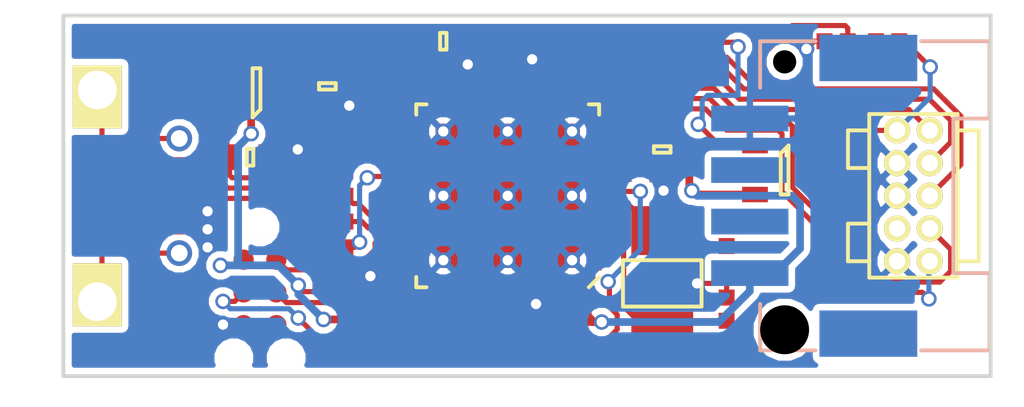
<source format=kicad_pcb>
(kicad_pcb (version 4) (host pcbnew 0.201512311516+6410~40~ubuntu14.04.1-stable)

  (general
    (links 90)
    (no_connects 2)
    (area 95.891667 92.248809 136.375 108.325)
    (thickness 1.6)
    (drawings 4)
    (tracks 329)
    (zones 0)
    (modules 26)
    (nets 26)
  )

  (page A4)
  (layers
    (0 F.Cu signal)
    (31 B.Cu signal)
    (32 B.Adhes user)
    (33 F.Adhes user)
    (34 B.Paste user)
    (35 F.Paste user)
    (36 B.SilkS user hide)
    (37 F.SilkS user hide)
    (38 B.Mask user)
    (39 F.Mask user)
    (40 Dwgs.User user)
    (41 Cmts.User user)
    (42 Eco1.User user)
    (43 Eco2.User user)
    (44 Edge.Cuts user)
    (45 Margin user)
    (46 B.CrtYd user)
    (47 F.CrtYd user)
    (48 B.Fab user hide)
    (49 F.Fab user)
  )

  (setup
    (last_trace_width 0.2)
    (user_trace_width 0.2)
    (user_trace_width 0.25)
    (user_trace_width 0.3)
    (user_trace_width 0.5)
    (trace_clearance 0.2)
    (zone_clearance 0.25)
    (zone_45_only no)
    (trace_min 0.2)
    (segment_width 0.2)
    (edge_width 0.15)
    (via_size 0.6)
    (via_drill 0.4)
    (via_min_size 0.4)
    (via_min_drill 0.3)
    (user_via 0.6 0.4)
    (uvia_size 0.3)
    (uvia_drill 0.1)
    (uvias_allowed no)
    (uvia_min_size 0.2)
    (uvia_min_drill 0.1)
    (pcb_text_width 0.3)
    (pcb_text_size 1.5 1.5)
    (mod_edge_width 0.15)
    (mod_text_size 1 1)
    (mod_text_width 0.15)
    (pad_size 2 2)
    (pad_drill 0)
    (pad_to_mask_clearance 0)
    (aux_axis_origin 0 0)
    (visible_elements FFFFFF1F)
    (pcbplotparams
      (layerselection 0x00030_ffffffff)
      (usegerberextensions false)
      (excludeedgelayer true)
      (linewidth 0.100000)
      (plotframeref false)
      (viasonmask false)
      (mode 1)
      (useauxorigin false)
      (hpglpennumber 1)
      (hpglpenspeed 20)
      (hpglpendiameter 15)
      (hpglpenoverlay 2)
      (psnegative false)
      (psa4output false)
      (plotreference true)
      (plotvalue true)
      (plotinvisibletext false)
      (padsonsilk false)
      (subtractmaskfromsilk false)
      (outputformat 1)
      (mirror false)
      (drillshape 1)
      (scaleselection 1)
      (outputdirectory ""))
  )

  (net 0 "")
  (net 1 VDD)
  (net 2 GND)
  (net 3 "Net-(C7-Pad2)")
  (net 4 "Net-(C8-Pad2)")
  (net 5 "Net-(C9-Pad2)")
  (net 6 5v)
  (net 7 /NRST)
  (net 8 /RST)
  (net 9 /TDI)
  (net 10 /TMS)
  (net 11 /TCK)
  (net 12 /TDO)
  (net 13 "Net-(IC1-Pad19)")
  (net 14 /VBUS)
  (net 15 "Net-(IC1-Pad29)")
  (net 16 /TXD)
  (net 17 /RXD)
  (net 18 /SWDIO)
  (net 19 /SWCLK)
  (net 20 /USB_D-)
  (net 21 /USB_D+)
  (net 22 "Net-(J2-PadS)")
  (net 23 /TPWR)
  (net 24 /STM32_D-)
  (net 25 /STM32_D+)

  (net_class Default "This is the default net class."
    (clearance 0.2)
    (trace_width 0.25)
    (via_dia 0.6)
    (via_drill 0.4)
    (uvia_dia 0.3)
    (uvia_drill 0.1)
    (add_net /NRST)
    (add_net /RST)
    (add_net /RXD)
    (add_net /STM32_D+)
    (add_net /STM32_D-)
    (add_net /SWCLK)
    (add_net /SWDIO)
    (add_net /TCK)
    (add_net /TDI)
    (add_net /TDO)
    (add_net /TMS)
    (add_net /TPWR)
    (add_net /TXD)
    (add_net /USB_D+)
    (add_net /USB_D-)
    (add_net /VBUS)
    (add_net 5v)
    (add_net GND)
    (add_net "Net-(C7-Pad2)")
    (add_net "Net-(C8-Pad2)")
    (add_net "Net-(C9-Pad2)")
    (add_net "Net-(IC1-Pad19)")
    (add_net "Net-(IC1-Pad29)")
    (add_net "Net-(J2-PadS)")
    (add_net VDD)
  )

  (module agg:QFN-48-EP-ST (layer F.Cu) (tedit 5687759E) (tstamp 5687609C)
    (at 115.75 100 180)
    (path /56864161)
    (fp_text reference IC1 (at 0 -4.6 180) (layer F.Fab)
      (effects (font (size 1 1) (thickness 0.15)))
    )
    (fp_text value STM32F103CBU6 (at 0 4.6 180) (layer F.Fab)
      (effects (font (size 1 1) (thickness 0.15)))
    )
    (fp_line (start -3.55 -3.55) (end 3.55 -3.55) (layer F.Fab) (width 0.01))
    (fp_line (start 3.55 -3.55) (end 3.55 3.55) (layer F.Fab) (width 0.01))
    (fp_line (start 3.55 3.55) (end -3.55 3.55) (layer F.Fab) (width 0.01))
    (fp_line (start -3.55 3.55) (end -3.55 -3.55) (layer F.Fab) (width 0.01))
    (fp_circle (center -2.75 -2.75) (end -2.75 -2.35) (layer F.Fab) (width 0.01))
    (fp_line (start -3.05 -2.9) (end -3.55 -2.9) (layer F.Fab) (width 0.01))
    (fp_line (start -3.55 -2.6) (end -3.05 -2.6) (layer F.Fab) (width 0.01))
    (fp_line (start -3.05 -2.6) (end -3.05 -2.9) (layer F.Fab) (width 0.01))
    (fp_line (start -3.05 -2.4) (end -3.55 -2.4) (layer F.Fab) (width 0.01))
    (fp_line (start -3.55 -2.1) (end -3.05 -2.1) (layer F.Fab) (width 0.01))
    (fp_line (start -3.05 -2.1) (end -3.05 -2.4) (layer F.Fab) (width 0.01))
    (fp_line (start -3.05 -1.9) (end -3.55 -1.9) (layer F.Fab) (width 0.01))
    (fp_line (start -3.55 -1.6) (end -3.05 -1.6) (layer F.Fab) (width 0.01))
    (fp_line (start -3.05 -1.6) (end -3.05 -1.9) (layer F.Fab) (width 0.01))
    (fp_line (start -3.05 -1.4) (end -3.55 -1.4) (layer F.Fab) (width 0.01))
    (fp_line (start -3.55 -1.1) (end -3.05 -1.1) (layer F.Fab) (width 0.01))
    (fp_line (start -3.05 -1.1) (end -3.05 -1.4) (layer F.Fab) (width 0.01))
    (fp_line (start -3.05 -0.9) (end -3.55 -0.9) (layer F.Fab) (width 0.01))
    (fp_line (start -3.55 -0.6) (end -3.05 -0.6) (layer F.Fab) (width 0.01))
    (fp_line (start -3.05 -0.6) (end -3.05 -0.9) (layer F.Fab) (width 0.01))
    (fp_line (start -3.05 -0.4) (end -3.55 -0.4) (layer F.Fab) (width 0.01))
    (fp_line (start -3.55 -0.1) (end -3.05 -0.1) (layer F.Fab) (width 0.01))
    (fp_line (start -3.05 -0.1) (end -3.05 -0.4) (layer F.Fab) (width 0.01))
    (fp_line (start -3.05 0.1) (end -3.55 0.1) (layer F.Fab) (width 0.01))
    (fp_line (start -3.55 0.4) (end -3.05 0.4) (layer F.Fab) (width 0.01))
    (fp_line (start -3.05 0.4) (end -3.05 0.1) (layer F.Fab) (width 0.01))
    (fp_line (start -3.05 0.6) (end -3.55 0.6) (layer F.Fab) (width 0.01))
    (fp_line (start -3.55 0.9) (end -3.05 0.9) (layer F.Fab) (width 0.01))
    (fp_line (start -3.05 0.9) (end -3.05 0.6) (layer F.Fab) (width 0.01))
    (fp_line (start -3.05 1.1) (end -3.55 1.1) (layer F.Fab) (width 0.01))
    (fp_line (start -3.55 1.4) (end -3.05 1.4) (layer F.Fab) (width 0.01))
    (fp_line (start -3.05 1.4) (end -3.05 1.1) (layer F.Fab) (width 0.01))
    (fp_line (start -3.05 1.6) (end -3.55 1.6) (layer F.Fab) (width 0.01))
    (fp_line (start -3.55 1.9) (end -3.05 1.9) (layer F.Fab) (width 0.01))
    (fp_line (start -3.05 1.9) (end -3.05 1.6) (layer F.Fab) (width 0.01))
    (fp_line (start -3.05 2.1) (end -3.55 2.1) (layer F.Fab) (width 0.01))
    (fp_line (start -3.55 2.4) (end -3.05 2.4) (layer F.Fab) (width 0.01))
    (fp_line (start -3.05 2.4) (end -3.05 2.1) (layer F.Fab) (width 0.01))
    (fp_line (start -3.05 2.6) (end -3.55 2.6) (layer F.Fab) (width 0.01))
    (fp_line (start -3.55 2.9) (end -3.05 2.9) (layer F.Fab) (width 0.01))
    (fp_line (start -3.05 2.9) (end -3.05 2.6) (layer F.Fab) (width 0.01))
    (fp_line (start 3.55 2.6) (end 3.05 2.6) (layer F.Fab) (width 0.01))
    (fp_line (start 3.05 2.6) (end 3.05 2.9) (layer F.Fab) (width 0.01))
    (fp_line (start 3.05 2.9) (end 3.55 2.9) (layer F.Fab) (width 0.01))
    (fp_line (start 3.55 2.1) (end 3.05 2.1) (layer F.Fab) (width 0.01))
    (fp_line (start 3.05 2.1) (end 3.05 2.4) (layer F.Fab) (width 0.01))
    (fp_line (start 3.05 2.4) (end 3.55 2.4) (layer F.Fab) (width 0.01))
    (fp_line (start 3.55 1.6) (end 3.05 1.6) (layer F.Fab) (width 0.01))
    (fp_line (start 3.05 1.6) (end 3.05 1.9) (layer F.Fab) (width 0.01))
    (fp_line (start 3.05 1.9) (end 3.55 1.9) (layer F.Fab) (width 0.01))
    (fp_line (start 3.55 1.1) (end 3.05 1.1) (layer F.Fab) (width 0.01))
    (fp_line (start 3.05 1.1) (end 3.05 1.4) (layer F.Fab) (width 0.01))
    (fp_line (start 3.05 1.4) (end 3.55 1.4) (layer F.Fab) (width 0.01))
    (fp_line (start 3.55 0.6) (end 3.05 0.6) (layer F.Fab) (width 0.01))
    (fp_line (start 3.05 0.6) (end 3.05 0.9) (layer F.Fab) (width 0.01))
    (fp_line (start 3.05 0.9) (end 3.55 0.9) (layer F.Fab) (width 0.01))
    (fp_line (start 3.55 0.1) (end 3.05 0.1) (layer F.Fab) (width 0.01))
    (fp_line (start 3.05 0.1) (end 3.05 0.4) (layer F.Fab) (width 0.01))
    (fp_line (start 3.05 0.4) (end 3.55 0.4) (layer F.Fab) (width 0.01))
    (fp_line (start 3.55 -0.4) (end 3.05 -0.4) (layer F.Fab) (width 0.01))
    (fp_line (start 3.05 -0.4) (end 3.05 -0.1) (layer F.Fab) (width 0.01))
    (fp_line (start 3.05 -0.1) (end 3.55 -0.1) (layer F.Fab) (width 0.01))
    (fp_line (start 3.55 -0.9) (end 3.05 -0.9) (layer F.Fab) (width 0.01))
    (fp_line (start 3.05 -0.9) (end 3.05 -0.6) (layer F.Fab) (width 0.01))
    (fp_line (start 3.05 -0.6) (end 3.55 -0.6) (layer F.Fab) (width 0.01))
    (fp_line (start 3.55 -1.4) (end 3.05 -1.4) (layer F.Fab) (width 0.01))
    (fp_line (start 3.05 -1.4) (end 3.05 -1.1) (layer F.Fab) (width 0.01))
    (fp_line (start 3.05 -1.1) (end 3.55 -1.1) (layer F.Fab) (width 0.01))
    (fp_line (start 3.55 -1.9) (end 3.05 -1.9) (layer F.Fab) (width 0.01))
    (fp_line (start 3.05 -1.9) (end 3.05 -1.6) (layer F.Fab) (width 0.01))
    (fp_line (start 3.05 -1.6) (end 3.55 -1.6) (layer F.Fab) (width 0.01))
    (fp_line (start 3.55 -2.4) (end 3.05 -2.4) (layer F.Fab) (width 0.01))
    (fp_line (start 3.05 -2.4) (end 3.05 -2.1) (layer F.Fab) (width 0.01))
    (fp_line (start 3.05 -2.1) (end 3.55 -2.1) (layer F.Fab) (width 0.01))
    (fp_line (start 3.55 -2.9) (end 3.05 -2.9) (layer F.Fab) (width 0.01))
    (fp_line (start 3.05 -2.9) (end 3.05 -2.6) (layer F.Fab) (width 0.01))
    (fp_line (start 3.05 -2.6) (end 3.55 -2.6) (layer F.Fab) (width 0.01))
    (fp_line (start 2.6 -3.05) (end 2.9 -3.05) (layer F.Fab) (width 0.01))
    (fp_line (start 2.9 -3.05) (end 2.9 -3.55) (layer F.Fab) (width 0.01))
    (fp_line (start 2.6 -3.55) (end 2.6 -3.05) (layer F.Fab) (width 0.01))
    (fp_line (start 2.1 -3.05) (end 2.4 -3.05) (layer F.Fab) (width 0.01))
    (fp_line (start 2.4 -3.05) (end 2.4 -3.55) (layer F.Fab) (width 0.01))
    (fp_line (start 2.1 -3.55) (end 2.1 -3.05) (layer F.Fab) (width 0.01))
    (fp_line (start 1.6 -3.05) (end 1.9 -3.05) (layer F.Fab) (width 0.01))
    (fp_line (start 1.9 -3.05) (end 1.9 -3.55) (layer F.Fab) (width 0.01))
    (fp_line (start 1.6 -3.55) (end 1.6 -3.05) (layer F.Fab) (width 0.01))
    (fp_line (start 1.1 -3.05) (end 1.4 -3.05) (layer F.Fab) (width 0.01))
    (fp_line (start 1.4 -3.05) (end 1.4 -3.55) (layer F.Fab) (width 0.01))
    (fp_line (start 1.1 -3.55) (end 1.1 -3.05) (layer F.Fab) (width 0.01))
    (fp_line (start 0.6 -3.05) (end 0.9 -3.05) (layer F.Fab) (width 0.01))
    (fp_line (start 0.9 -3.05) (end 0.9 -3.55) (layer F.Fab) (width 0.01))
    (fp_line (start 0.6 -3.55) (end 0.6 -3.05) (layer F.Fab) (width 0.01))
    (fp_line (start 0.1 -3.05) (end 0.4 -3.05) (layer F.Fab) (width 0.01))
    (fp_line (start 0.4 -3.05) (end 0.4 -3.55) (layer F.Fab) (width 0.01))
    (fp_line (start 0.1 -3.55) (end 0.1 -3.05) (layer F.Fab) (width 0.01))
    (fp_line (start -0.4 -3.05) (end -0.1 -3.05) (layer F.Fab) (width 0.01))
    (fp_line (start -0.1 -3.05) (end -0.1 -3.55) (layer F.Fab) (width 0.01))
    (fp_line (start -0.4 -3.55) (end -0.4 -3.05) (layer F.Fab) (width 0.01))
    (fp_line (start -0.9 -3.05) (end -0.6 -3.05) (layer F.Fab) (width 0.01))
    (fp_line (start -0.6 -3.05) (end -0.6 -3.55) (layer F.Fab) (width 0.01))
    (fp_line (start -0.9 -3.55) (end -0.9 -3.05) (layer F.Fab) (width 0.01))
    (fp_line (start -1.4 -3.05) (end -1.1 -3.05) (layer F.Fab) (width 0.01))
    (fp_line (start -1.1 -3.05) (end -1.1 -3.55) (layer F.Fab) (width 0.01))
    (fp_line (start -1.4 -3.55) (end -1.4 -3.05) (layer F.Fab) (width 0.01))
    (fp_line (start -1.9 -3.05) (end -1.6 -3.05) (layer F.Fab) (width 0.01))
    (fp_line (start -1.6 -3.05) (end -1.6 -3.55) (layer F.Fab) (width 0.01))
    (fp_line (start -1.9 -3.55) (end -1.9 -3.05) (layer F.Fab) (width 0.01))
    (fp_line (start -2.4 -3.05) (end -2.1 -3.05) (layer F.Fab) (width 0.01))
    (fp_line (start -2.1 -3.05) (end -2.1 -3.55) (layer F.Fab) (width 0.01))
    (fp_line (start -2.4 -3.55) (end -2.4 -3.05) (layer F.Fab) (width 0.01))
    (fp_line (start -2.9 -3.05) (end -2.6 -3.05) (layer F.Fab) (width 0.01))
    (fp_line (start -2.6 -3.05) (end -2.6 -3.55) (layer F.Fab) (width 0.01))
    (fp_line (start -2.9 -3.55) (end -2.9 -3.05) (layer F.Fab) (width 0.01))
    (fp_line (start -2.6 3.55) (end -2.6 3.05) (layer F.Fab) (width 0.01))
    (fp_line (start -2.6 3.05) (end -2.9 3.05) (layer F.Fab) (width 0.01))
    (fp_line (start -2.9 3.05) (end -2.9 3.55) (layer F.Fab) (width 0.01))
    (fp_line (start -2.1 3.55) (end -2.1 3.05) (layer F.Fab) (width 0.01))
    (fp_line (start -2.1 3.05) (end -2.4 3.05) (layer F.Fab) (width 0.01))
    (fp_line (start -2.4 3.05) (end -2.4 3.55) (layer F.Fab) (width 0.01))
    (fp_line (start -1.6 3.55) (end -1.6 3.05) (layer F.Fab) (width 0.01))
    (fp_line (start -1.6 3.05) (end -1.9 3.05) (layer F.Fab) (width 0.01))
    (fp_line (start -1.9 3.05) (end -1.9 3.55) (layer F.Fab) (width 0.01))
    (fp_line (start -1.1 3.55) (end -1.1 3.05) (layer F.Fab) (width 0.01))
    (fp_line (start -1.1 3.05) (end -1.4 3.05) (layer F.Fab) (width 0.01))
    (fp_line (start -1.4 3.05) (end -1.4 3.55) (layer F.Fab) (width 0.01))
    (fp_line (start -0.6 3.55) (end -0.6 3.05) (layer F.Fab) (width 0.01))
    (fp_line (start -0.6 3.05) (end -0.9 3.05) (layer F.Fab) (width 0.01))
    (fp_line (start -0.9 3.05) (end -0.9 3.55) (layer F.Fab) (width 0.01))
    (fp_line (start -0.1 3.55) (end -0.1 3.05) (layer F.Fab) (width 0.01))
    (fp_line (start -0.1 3.05) (end -0.4 3.05) (layer F.Fab) (width 0.01))
    (fp_line (start -0.4 3.05) (end -0.4 3.55) (layer F.Fab) (width 0.01))
    (fp_line (start 0.4 3.55) (end 0.4 3.05) (layer F.Fab) (width 0.01))
    (fp_line (start 0.4 3.05) (end 0.1 3.05) (layer F.Fab) (width 0.01))
    (fp_line (start 0.1 3.05) (end 0.1 3.55) (layer F.Fab) (width 0.01))
    (fp_line (start 0.9 3.55) (end 0.9 3.05) (layer F.Fab) (width 0.01))
    (fp_line (start 0.9 3.05) (end 0.6 3.05) (layer F.Fab) (width 0.01))
    (fp_line (start 0.6 3.05) (end 0.6 3.55) (layer F.Fab) (width 0.01))
    (fp_line (start 1.4 3.55) (end 1.4 3.05) (layer F.Fab) (width 0.01))
    (fp_line (start 1.4 3.05) (end 1.1 3.05) (layer F.Fab) (width 0.01))
    (fp_line (start 1.1 3.05) (end 1.1 3.55) (layer F.Fab) (width 0.01))
    (fp_line (start 1.9 3.55) (end 1.9 3.05) (layer F.Fab) (width 0.01))
    (fp_line (start 1.9 3.05) (end 1.6 3.05) (layer F.Fab) (width 0.01))
    (fp_line (start 1.6 3.05) (end 1.6 3.55) (layer F.Fab) (width 0.01))
    (fp_line (start 2.4 3.55) (end 2.4 3.05) (layer F.Fab) (width 0.01))
    (fp_line (start 2.4 3.05) (end 2.1 3.05) (layer F.Fab) (width 0.01))
    (fp_line (start 2.1 3.05) (end 2.1 3.55) (layer F.Fab) (width 0.01))
    (fp_line (start 2.9 3.55) (end 2.9 3.05) (layer F.Fab) (width 0.01))
    (fp_line (start 2.9 3.05) (end 2.6 3.05) (layer F.Fab) (width 0.01))
    (fp_line (start 2.6 3.05) (end 2.6 3.55) (layer F.Fab) (width 0.01))
    (fp_line (start -3.55 -3.15) (end -3.15 -3.55) (layer F.SilkS) (width 0.15))
    (fp_line (start 3.15 -3.55) (end 3.55 -3.55) (layer F.SilkS) (width 0.15))
    (fp_line (start 3.55 -3.55) (end 3.55 -3.15) (layer F.SilkS) (width 0.15))
    (fp_line (start 3.15 3.55) (end 3.55 3.55) (layer F.SilkS) (width 0.15))
    (fp_line (start 3.55 3.55) (end 3.55 3.15) (layer F.SilkS) (width 0.15))
    (fp_line (start -3.15 3.55) (end -3.55 3.55) (layer F.SilkS) (width 0.15))
    (fp_line (start -3.55 3.55) (end -3.55 3.15) (layer F.SilkS) (width 0.15))
    (fp_line (start -3.9 -3.9) (end 3.9 -3.9) (layer F.CrtYd) (width 0.01))
    (fp_line (start 3.9 -3.9) (end 3.9 3.9) (layer F.CrtYd) (width 0.01))
    (fp_line (start 3.9 3.9) (end -3.9 3.9) (layer F.CrtYd) (width 0.01))
    (fp_line (start -3.9 3.9) (end -3.9 -3.9) (layer F.CrtYd) (width 0.01))
    (pad 1 smd rect (at -3.375 -2.75 180) (size 0.55 0.3) (layers F.Cu F.Paste F.Mask)
      (net 1 VDD))
    (pad 2 smd rect (at -3.375 -2.25 180) (size 0.55 0.3) (layers F.Cu F.Paste F.Mask))
    (pad 3 smd rect (at -3.375 -1.75 180) (size 0.55 0.3) (layers F.Cu F.Paste F.Mask))
    (pad 4 smd rect (at -3.375 -1.25 180) (size 0.55 0.3) (layers F.Cu F.Paste F.Mask))
    (pad 5 smd rect (at -3.375 -0.75 180) (size 0.55 0.3) (layers F.Cu F.Paste F.Mask)
      (net 3 "Net-(C7-Pad2)"))
    (pad 6 smd rect (at -3.375 -0.25 180) (size 0.55 0.3) (layers F.Cu F.Paste F.Mask)
      (net 5 "Net-(C9-Pad2)"))
    (pad 7 smd rect (at -3.375 0.25 180) (size 0.55 0.3) (layers F.Cu F.Paste F.Mask)
      (net 7 /NRST))
    (pad 8 smd rect (at -3.375 0.75 180) (size 0.55 0.3) (layers F.Cu F.Paste F.Mask)
      (net 2 GND))
    (pad 9 smd rect (at -3.375 1.25 180) (size 0.55 0.3) (layers F.Cu F.Paste F.Mask)
      (net 1 VDD))
    (pad 10 smd rect (at -3.375 1.75 180) (size 0.55 0.3) (layers F.Cu F.Paste F.Mask))
    (pad 11 smd rect (at -3.375 2.25 180) (size 0.55 0.3) (layers F.Cu F.Paste F.Mask))
    (pad 12 smd rect (at -3.375 2.75 180) (size 0.55 0.3) (layers F.Cu F.Paste F.Mask)
      (net 8 /RST))
    (pad 13 smd rect (at -2.75 3.375 180) (size 0.3 0.55) (layers F.Cu F.Paste F.Mask)
      (net 9 /TDI))
    (pad 14 smd rect (at -2.25 3.375 180) (size 0.3 0.55) (layers F.Cu F.Paste F.Mask)
      (net 10 /TMS))
    (pad 15 smd rect (at -1.75 3.375 180) (size 0.3 0.55) (layers F.Cu F.Paste F.Mask)
      (net 11 /TCK))
    (pad 16 smd rect (at -1.25 3.375 180) (size 0.3 0.55) (layers F.Cu F.Paste F.Mask)
      (net 12 /TDO))
    (pad 17 smd rect (at -0.75 3.375 180) (size 0.3 0.55) (layers F.Cu F.Paste F.Mask))
    (pad 18 smd rect (at -0.25 3.375 180) (size 0.3 0.55) (layers F.Cu F.Paste F.Mask)
      (net 4 "Net-(C8-Pad2)"))
    (pad 19 smd rect (at 0.25 3.375 180) (size 0.3 0.55) (layers F.Cu F.Paste F.Mask)
      (net 13 "Net-(IC1-Pad19)"))
    (pad 20 smd rect (at 0.75 3.375 180) (size 0.3 0.55) (layers F.Cu F.Paste F.Mask))
    (pad 21 smd rect (at 1.25 3.375 180) (size 0.3 0.55) (layers F.Cu F.Paste F.Mask))
    (pad 22 smd rect (at 1.75 3.375 180) (size 0.3 0.55) (layers F.Cu F.Paste F.Mask))
    (pad 23 smd rect (at 2.25 3.375 180) (size 0.3 0.55) (layers F.Cu F.Paste F.Mask)
      (net 2 GND))
    (pad 24 smd rect (at 2.75 3.375 180) (size 0.3 0.55) (layers F.Cu F.Paste F.Mask)
      (net 1 VDD))
    (pad 25 smd rect (at 3.375 2.75 180) (size 0.55 0.3) (layers F.Cu F.Paste F.Mask))
    (pad 26 smd rect (at 3.375 2.25 180) (size 0.55 0.3) (layers F.Cu F.Paste F.Mask)
      (net 14 /VBUS))
    (pad 27 smd rect (at 3.375 1.75 180) (size 0.55 0.3) (layers F.Cu F.Paste F.Mask))
    (pad 28 smd rect (at 3.375 1.25 180) (size 0.55 0.3) (layers F.Cu F.Paste F.Mask))
    (pad 29 smd rect (at 3.375 0.75 180) (size 0.55 0.3) (layers F.Cu F.Paste F.Mask)
      (net 15 "Net-(IC1-Pad29)"))
    (pad 30 smd rect (at 3.375 0.25 180) (size 0.55 0.3) (layers F.Cu F.Paste F.Mask)
      (net 16 /TXD))
    (pad 31 smd rect (at 3.375 -0.25 180) (size 0.55 0.3) (layers F.Cu F.Paste F.Mask)
      (net 17 /RXD))
    (pad 32 smd rect (at 3.375 -0.75 180) (size 0.55 0.3) (layers F.Cu F.Paste F.Mask)
      (net 24 /STM32_D-))
    (pad 33 smd rect (at 3.375 -1.25 180) (size 0.55 0.3) (layers F.Cu F.Paste F.Mask)
      (net 25 /STM32_D+))
    (pad 34 smd rect (at 3.375 -1.75 180) (size 0.55 0.3) (layers F.Cu F.Paste F.Mask)
      (net 18 /SWDIO))
    (pad 35 smd rect (at 3.375 -2.25 180) (size 0.55 0.3) (layers F.Cu F.Paste F.Mask)
      (net 2 GND))
    (pad 36 smd rect (at 3.375 -2.75 180) (size 0.55 0.3) (layers F.Cu F.Paste F.Mask)
      (net 1 VDD))
    (pad 37 smd rect (at 2.75 -3.375 180) (size 0.3 0.55) (layers F.Cu F.Paste F.Mask)
      (net 19 /SWCLK))
    (pad 38 smd rect (at 2.25 -3.375 180) (size 0.3 0.55) (layers F.Cu F.Paste F.Mask))
    (pad 39 smd rect (at 1.75 -3.375 180) (size 0.3 0.55) (layers F.Cu F.Paste F.Mask))
    (pad 40 smd rect (at 1.25 -3.375 180) (size 0.3 0.55) (layers F.Cu F.Paste F.Mask))
    (pad 41 smd rect (at 0.75 -3.375 180) (size 0.3 0.55) (layers F.Cu F.Paste F.Mask)
      (net 1 VDD))
    (pad 42 smd rect (at 0.25 -3.375 180) (size 0.3 0.55) (layers F.Cu F.Paste F.Mask))
    (pad 43 smd rect (at -0.25 -3.375 180) (size 0.3 0.55) (layers F.Cu F.Paste F.Mask))
    (pad 44 smd rect (at -0.75 -3.375 180) (size 0.3 0.55) (layers F.Cu F.Paste F.Mask)
      (net 2 GND))
    (pad 45 smd rect (at -1.25 -3.375 180) (size 0.3 0.55) (layers F.Cu F.Paste F.Mask))
    (pad 46 smd rect (at -1.75 -3.375 180) (size 0.3 0.55) (layers F.Cu F.Paste F.Mask))
    (pad 47 smd rect (at -2.25 -3.375 180) (size 0.3 0.55) (layers F.Cu F.Paste F.Mask)
      (net 2 GND))
    (pad 48 smd rect (at -2.75 -3.375 180) (size 0.3 0.55) (layers F.Cu F.Paste F.Mask)
      (net 1 VDD))
    (pad EP smd rect (at -1.25 -1.25 180) (size 2 2) (layers F.Cu F.Paste)
      (net 2 GND) (solder_paste_margin 0.001))
    (pad EP smd rect (at -1.25 1.25 180) (size 2 2) (layers F.Cu F.Paste)
      (net 2 GND) (solder_paste_margin 0.001))
    (pad EP smd rect (at 1.25 -1.25 180) (size 2 2) (layers F.Cu F.Paste)
      (net 2 GND) (solder_paste_margin 0.001))
    (pad EP smd rect (at 1.25 1.25 180) (size 2 2) (layers F.Cu F.Paste)
      (net 2 GND) (solder_paste_margin 0.001))
    (pad EP thru_hole circle (at -2.5 -2.5 180) (size 0.6 0.6) (drill 0.4) (layers *.Cu)
      (net 2 GND))
    (pad EP thru_hole circle (at -2.5 0 180) (size 0.6 0.6) (drill 0.4) (layers *.Cu)
      (net 2 GND))
    (pad EP thru_hole circle (at -2.5 2.5 180) (size 0.6 0.6) (drill 0.4) (layers *.Cu)
      (net 2 GND))
    (pad EP thru_hole circle (at 0 -2.5 180) (size 0.6 0.6) (drill 0.4) (layers *.Cu)
      (net 2 GND))
    (pad EP thru_hole circle (at 0 0 180) (size 0.6 0.6) (drill 0.4) (layers *.Cu)
      (net 2 GND))
    (pad EP thru_hole circle (at 0 2.5 180) (size 0.6 0.6) (drill 0.4) (layers *.Cu)
      (net 2 GND))
    (pad EP thru_hole circle (at 2.5 -2.5 180) (size 0.6 0.6) (drill 0.4) (layers *.Cu)
      (net 2 GND))
    (pad EP thru_hole circle (at 2.5 0 180) (size 0.6 0.6) (drill 0.4) (layers *.Cu)
      (net 2 GND))
    (pad EP thru_hole circle (at 2.5 2.5 180) (size 0.6 0.6) (drill 0.4) (layers *.Cu)
      (net 2 GND))
    (pad EP smd rect (at 0 0 180) (size 5.6 5.6) (layers F.Cu F.Mask)
      (net 2 GND) (solder_mask_margin 0.001))
  )

  (module agg:0603 (layer F.Cu) (tedit 56836635) (tstamp 56875F0E)
    (at 113.25 94 180)
    (path /5686747A)
    (fp_text reference C1 (at -2.225 0 270) (layer F.Fab)
      (effects (font (size 1 1) (thickness 0.15)))
    )
    (fp_text value 4µ7 (at 2.225 0 270) (layer F.Fab)
      (effects (font (size 1 1) (thickness 0.15)))
    )
    (fp_line (start -0.8 -0.4) (end 0.8 -0.4) (layer F.Fab) (width 0.01))
    (fp_line (start 0.8 -0.4) (end 0.8 0.4) (layer F.Fab) (width 0.01))
    (fp_line (start 0.8 0.4) (end -0.8 0.4) (layer F.Fab) (width 0.01))
    (fp_line (start -0.8 0.4) (end -0.8 -0.4) (layer F.Fab) (width 0.01))
    (fp_line (start -0.45 -0.4) (end -0.45 0.4) (layer F.Fab) (width 0.01))
    (fp_line (start 0.45 -0.4) (end 0.45 0.4) (layer F.Fab) (width 0.01))
    (fp_line (start -0.125 -0.325) (end 0.125 -0.325) (layer F.SilkS) (width 0.15))
    (fp_line (start 0.125 -0.325) (end 0.125 0.325) (layer F.SilkS) (width 0.15))
    (fp_line (start 0.125 0.325) (end -0.125 0.325) (layer F.SilkS) (width 0.15))
    (fp_line (start -0.125 0.325) (end -0.125 -0.325) (layer F.SilkS) (width 0.15))
    (fp_line (start -1.55 -0.75) (end 1.55 -0.75) (layer F.CrtYd) (width 0.01))
    (fp_line (start 1.55 -0.75) (end 1.55 0.75) (layer F.CrtYd) (width 0.01))
    (fp_line (start 1.55 0.75) (end -1.55 0.75) (layer F.CrtYd) (width 0.01))
    (fp_line (start -1.55 0.75) (end -1.55 -0.75) (layer F.CrtYd) (width 0.01))
    (pad 1 smd rect (at -0.8 0 180) (size 0.95 1) (layers F.Cu F.Paste F.Mask)
      (net 2 GND))
    (pad 2 smd rect (at 0.8 0 180) (size 0.95 1) (layers F.Cu F.Paste F.Mask)
      (net 1 VDD))
  )

  (module agg:0603 (layer F.Cu) (tedit 56836635) (tstamp 56875F22)
    (at 121.75 98.2 90)
    (path /568673BC)
    (fp_text reference C2 (at -2.225 0 180) (layer F.Fab)
      (effects (font (size 1 1) (thickness 0.15)))
    )
    (fp_text value 1µ (at 2.225 0 180) (layer F.Fab)
      (effects (font (size 1 1) (thickness 0.15)))
    )
    (fp_line (start -0.8 -0.4) (end 0.8 -0.4) (layer F.Fab) (width 0.01))
    (fp_line (start 0.8 -0.4) (end 0.8 0.4) (layer F.Fab) (width 0.01))
    (fp_line (start 0.8 0.4) (end -0.8 0.4) (layer F.Fab) (width 0.01))
    (fp_line (start -0.8 0.4) (end -0.8 -0.4) (layer F.Fab) (width 0.01))
    (fp_line (start -0.45 -0.4) (end -0.45 0.4) (layer F.Fab) (width 0.01))
    (fp_line (start 0.45 -0.4) (end 0.45 0.4) (layer F.Fab) (width 0.01))
    (fp_line (start -0.125 -0.325) (end 0.125 -0.325) (layer F.SilkS) (width 0.15))
    (fp_line (start 0.125 -0.325) (end 0.125 0.325) (layer F.SilkS) (width 0.15))
    (fp_line (start 0.125 0.325) (end -0.125 0.325) (layer F.SilkS) (width 0.15))
    (fp_line (start -0.125 0.325) (end -0.125 -0.325) (layer F.SilkS) (width 0.15))
    (fp_line (start -1.55 -0.75) (end 1.55 -0.75) (layer F.CrtYd) (width 0.01))
    (fp_line (start 1.55 -0.75) (end 1.55 0.75) (layer F.CrtYd) (width 0.01))
    (fp_line (start 1.55 0.75) (end -1.55 0.75) (layer F.CrtYd) (width 0.01))
    (fp_line (start -1.55 0.75) (end -1.55 -0.75) (layer F.CrtYd) (width 0.01))
    (pad 1 smd rect (at -0.8 0 90) (size 0.95 1) (layers F.Cu F.Paste F.Mask)
      (net 2 GND))
    (pad 2 smd rect (at 0.8 0 90) (size 0.95 1) (layers F.Cu F.Paste F.Mask)
      (net 1 VDD))
  )

  (module agg:0402 (layer F.Cu) (tedit 56836635) (tstamp 56875F32)
    (at 113.25 95.5 180)
    (path /56866FB0)
    (fp_text reference C3 (at -1.71 0 270) (layer F.Fab)
      (effects (font (size 1 1) (thickness 0.15)))
    )
    (fp_text value 100n (at 1.71 0 270) (layer F.Fab)
      (effects (font (size 1 1) (thickness 0.15)))
    )
    (fp_line (start -0.5 -0.25) (end 0.5 -0.25) (layer F.Fab) (width 0.01))
    (fp_line (start 0.5 -0.25) (end 0.5 0.25) (layer F.Fab) (width 0.01))
    (fp_line (start 0.5 0.25) (end -0.5 0.25) (layer F.Fab) (width 0.01))
    (fp_line (start -0.5 0.25) (end -0.5 -0.25) (layer F.Fab) (width 0.01))
    (fp_line (start -0.2 -0.25) (end -0.2 0.25) (layer F.Fab) (width 0.01))
    (fp_line (start 0.2 -0.25) (end 0.2 0.25) (layer F.Fab) (width 0.01))
    (fp_line (start -1.05 -0.6) (end 1.05 -0.6) (layer F.CrtYd) (width 0.01))
    (fp_line (start 1.05 -0.6) (end 1.05 0.6) (layer F.CrtYd) (width 0.01))
    (fp_line (start 1.05 0.6) (end -1.05 0.6) (layer F.CrtYd) (width 0.01))
    (fp_line (start -1.05 0.6) (end -1.05 -0.6) (layer F.CrtYd) (width 0.01))
    (pad 1 smd rect (at -0.45 0 180) (size 0.62 0.62) (layers F.Cu F.Paste F.Mask)
      (net 2 GND))
    (pad 2 smd rect (at 0.45 0 180) (size 0.62 0.62) (layers F.Cu F.Paste F.Mask)
      (net 1 VDD))
  )

  (module agg:0402 (layer F.Cu) (tedit 56836635) (tstamp 56875F42)
    (at 118.25 104.5)
    (path /56866F6D)
    (fp_text reference C4 (at -1.71 0 90) (layer F.Fab)
      (effects (font (size 1 1) (thickness 0.15)))
    )
    (fp_text value 100n (at 1.71 0 90) (layer F.Fab)
      (effects (font (size 1 1) (thickness 0.15)))
    )
    (fp_line (start -0.5 -0.25) (end 0.5 -0.25) (layer F.Fab) (width 0.01))
    (fp_line (start 0.5 -0.25) (end 0.5 0.25) (layer F.Fab) (width 0.01))
    (fp_line (start 0.5 0.25) (end -0.5 0.25) (layer F.Fab) (width 0.01))
    (fp_line (start -0.5 0.25) (end -0.5 -0.25) (layer F.Fab) (width 0.01))
    (fp_line (start -0.2 -0.25) (end -0.2 0.25) (layer F.Fab) (width 0.01))
    (fp_line (start 0.2 -0.25) (end 0.2 0.25) (layer F.Fab) (width 0.01))
    (fp_line (start -1.05 -0.6) (end 1.05 -0.6) (layer F.CrtYd) (width 0.01))
    (fp_line (start 1.05 -0.6) (end 1.05 0.6) (layer F.CrtYd) (width 0.01))
    (fp_line (start 1.05 0.6) (end -1.05 0.6) (layer F.CrtYd) (width 0.01))
    (fp_line (start -1.05 0.6) (end -1.05 -0.6) (layer F.CrtYd) (width 0.01))
    (pad 1 smd rect (at -0.45 0) (size 0.62 0.62) (layers F.Cu F.Paste F.Mask)
      (net 2 GND))
    (pad 2 smd rect (at 0.45 0) (size 0.62 0.62) (layers F.Cu F.Paste F.Mask)
      (net 1 VDD))
  )

  (module agg:0402 (layer F.Cu) (tedit 56836635) (tstamp 56875F52)
    (at 111.25 102.8 270)
    (path /56866C90)
    (fp_text reference C5 (at -1.71 0 360) (layer F.Fab)
      (effects (font (size 1 1) (thickness 0.15)))
    )
    (fp_text value 100n (at 1.71 0 360) (layer F.Fab)
      (effects (font (size 1 1) (thickness 0.15)))
    )
    (fp_line (start -0.5 -0.25) (end 0.5 -0.25) (layer F.Fab) (width 0.01))
    (fp_line (start 0.5 -0.25) (end 0.5 0.25) (layer F.Fab) (width 0.01))
    (fp_line (start 0.5 0.25) (end -0.5 0.25) (layer F.Fab) (width 0.01))
    (fp_line (start -0.5 0.25) (end -0.5 -0.25) (layer F.Fab) (width 0.01))
    (fp_line (start -0.2 -0.25) (end -0.2 0.25) (layer F.Fab) (width 0.01))
    (fp_line (start 0.2 -0.25) (end 0.2 0.25) (layer F.Fab) (width 0.01))
    (fp_line (start -1.05 -0.6) (end 1.05 -0.6) (layer F.CrtYd) (width 0.01))
    (fp_line (start 1.05 -0.6) (end 1.05 0.6) (layer F.CrtYd) (width 0.01))
    (fp_line (start 1.05 0.6) (end -1.05 0.6) (layer F.CrtYd) (width 0.01))
    (fp_line (start -1.05 0.6) (end -1.05 -0.6) (layer F.CrtYd) (width 0.01))
    (pad 1 smd rect (at -0.45 0 270) (size 0.62 0.62) (layers F.Cu F.Paste F.Mask)
      (net 2 GND))
    (pad 2 smd rect (at 0.45 0 270) (size 0.62 0.62) (layers F.Cu F.Paste F.Mask)
      (net 1 VDD))
  )

  (module agg:0402 (layer F.Cu) (tedit 56836635) (tstamp 56875F62)
    (at 120.25 98.7 90)
    (path /56867348)
    (fp_text reference C6 (at -1.71 0 180) (layer F.Fab)
      (effects (font (size 1 1) (thickness 0.15)))
    )
    (fp_text value 10n (at 1.71 0 180) (layer F.Fab)
      (effects (font (size 1 1) (thickness 0.15)))
    )
    (fp_line (start -0.5 -0.25) (end 0.5 -0.25) (layer F.Fab) (width 0.01))
    (fp_line (start 0.5 -0.25) (end 0.5 0.25) (layer F.Fab) (width 0.01))
    (fp_line (start 0.5 0.25) (end -0.5 0.25) (layer F.Fab) (width 0.01))
    (fp_line (start -0.5 0.25) (end -0.5 -0.25) (layer F.Fab) (width 0.01))
    (fp_line (start -0.2 -0.25) (end -0.2 0.25) (layer F.Fab) (width 0.01))
    (fp_line (start 0.2 -0.25) (end 0.2 0.25) (layer F.Fab) (width 0.01))
    (fp_line (start -1.05 -0.6) (end 1.05 -0.6) (layer F.CrtYd) (width 0.01))
    (fp_line (start 1.05 -0.6) (end 1.05 0.6) (layer F.CrtYd) (width 0.01))
    (fp_line (start 1.05 0.6) (end -1.05 0.6) (layer F.CrtYd) (width 0.01))
    (fp_line (start -1.05 0.6) (end -1.05 -0.6) (layer F.CrtYd) (width 0.01))
    (pad 1 smd rect (at -0.45 0 90) (size 0.62 0.62) (layers F.Cu F.Paste F.Mask)
      (net 2 GND))
    (pad 2 smd rect (at 0.45 0 90) (size 0.62 0.62) (layers F.Cu F.Paste F.Mask)
      (net 1 VDD))
  )

  (module agg:0402 (layer F.Cu) (tedit 56836635) (tstamp 56875F72)
    (at 124.25 104.4 270)
    (path /568660D4)
    (fp_text reference C7 (at -1.71 0 360) (layer F.Fab)
      (effects (font (size 1 1) (thickness 0.15)))
    )
    (fp_text value 15p (at 1.71 0 360) (layer F.Fab)
      (effects (font (size 1 1) (thickness 0.15)))
    )
    (fp_line (start -0.5 -0.25) (end 0.5 -0.25) (layer F.Fab) (width 0.01))
    (fp_line (start 0.5 -0.25) (end 0.5 0.25) (layer F.Fab) (width 0.01))
    (fp_line (start 0.5 0.25) (end -0.5 0.25) (layer F.Fab) (width 0.01))
    (fp_line (start -0.5 0.25) (end -0.5 -0.25) (layer F.Fab) (width 0.01))
    (fp_line (start -0.2 -0.25) (end -0.2 0.25) (layer F.Fab) (width 0.01))
    (fp_line (start 0.2 -0.25) (end 0.2 0.25) (layer F.Fab) (width 0.01))
    (fp_line (start -1.05 -0.6) (end 1.05 -0.6) (layer F.CrtYd) (width 0.01))
    (fp_line (start 1.05 -0.6) (end 1.05 0.6) (layer F.CrtYd) (width 0.01))
    (fp_line (start 1.05 0.6) (end -1.05 0.6) (layer F.CrtYd) (width 0.01))
    (fp_line (start -1.05 0.6) (end -1.05 -0.6) (layer F.CrtYd) (width 0.01))
    (pad 1 smd rect (at -0.45 0 270) (size 0.62 0.62) (layers F.Cu F.Paste F.Mask)
      (net 2 GND))
    (pad 2 smd rect (at 0.45 0 270) (size 0.62 0.62) (layers F.Cu F.Paste F.Mask)
      (net 3 "Net-(C7-Pad2)"))
  )

  (module agg:0402 (layer F.Cu) (tedit 56836635) (tstamp 56875F82)
    (at 116 95.1 270)
    (path /5686921C)
    (fp_text reference C8 (at -1.71 0 360) (layer F.Fab)
      (effects (font (size 1 1) (thickness 0.15)))
    )
    (fp_text value 100n (at 1.71 0 360) (layer F.Fab)
      (effects (font (size 1 1) (thickness 0.15)))
    )
    (fp_line (start -0.5 -0.25) (end 0.5 -0.25) (layer F.Fab) (width 0.01))
    (fp_line (start 0.5 -0.25) (end 0.5 0.25) (layer F.Fab) (width 0.01))
    (fp_line (start 0.5 0.25) (end -0.5 0.25) (layer F.Fab) (width 0.01))
    (fp_line (start -0.5 0.25) (end -0.5 -0.25) (layer F.Fab) (width 0.01))
    (fp_line (start -0.2 -0.25) (end -0.2 0.25) (layer F.Fab) (width 0.01))
    (fp_line (start 0.2 -0.25) (end 0.2 0.25) (layer F.Fab) (width 0.01))
    (fp_line (start -1.05 -0.6) (end 1.05 -0.6) (layer F.CrtYd) (width 0.01))
    (fp_line (start 1.05 -0.6) (end 1.05 0.6) (layer F.CrtYd) (width 0.01))
    (fp_line (start 1.05 0.6) (end -1.05 0.6) (layer F.CrtYd) (width 0.01))
    (fp_line (start -1.05 0.6) (end -1.05 -0.6) (layer F.CrtYd) (width 0.01))
    (pad 1 smd rect (at -0.45 0 270) (size 0.62 0.62) (layers F.Cu F.Paste F.Mask)
      (net 2 GND))
    (pad 2 smd rect (at 0.45 0 270) (size 0.62 0.62) (layers F.Cu F.Paste F.Mask)
      (net 4 "Net-(C8-Pad2)"))
  )

  (module agg:0402 (layer F.Cu) (tedit 56836635) (tstamp 56875F92)
    (at 124.25 102.4 90)
    (path /56866115)
    (fp_text reference C9 (at -1.71 0 180) (layer F.Fab)
      (effects (font (size 1 1) (thickness 0.15)))
    )
    (fp_text value 15p (at 1.71 0 180) (layer F.Fab)
      (effects (font (size 1 1) (thickness 0.15)))
    )
    (fp_line (start -0.5 -0.25) (end 0.5 -0.25) (layer F.Fab) (width 0.01))
    (fp_line (start 0.5 -0.25) (end 0.5 0.25) (layer F.Fab) (width 0.01))
    (fp_line (start 0.5 0.25) (end -0.5 0.25) (layer F.Fab) (width 0.01))
    (fp_line (start -0.5 0.25) (end -0.5 -0.25) (layer F.Fab) (width 0.01))
    (fp_line (start -0.2 -0.25) (end -0.2 0.25) (layer F.Fab) (width 0.01))
    (fp_line (start 0.2 -0.25) (end 0.2 0.25) (layer F.Fab) (width 0.01))
    (fp_line (start -1.05 -0.6) (end 1.05 -0.6) (layer F.CrtYd) (width 0.01))
    (fp_line (start 1.05 -0.6) (end 1.05 0.6) (layer F.CrtYd) (width 0.01))
    (fp_line (start 1.05 0.6) (end -1.05 0.6) (layer F.CrtYd) (width 0.01))
    (fp_line (start -1.05 0.6) (end -1.05 -0.6) (layer F.CrtYd) (width 0.01))
    (pad 1 smd rect (at -0.45 0 90) (size 0.62 0.62) (layers F.Cu F.Paste F.Mask)
      (net 2 GND))
    (pad 2 smd rect (at 0.45 0 90) (size 0.62 0.62) (layers F.Cu F.Paste F.Mask)
      (net 5 "Net-(C9-Pad2)"))
  )

  (module agg:0603 (layer F.Cu) (tedit 56836635) (tstamp 56875FA6)
    (at 105.75 98.5 180)
    (path /56865D4C)
    (fp_text reference C10 (at -2.225 0 270) (layer F.Fab)
      (effects (font (size 1 1) (thickness 0.15)))
    )
    (fp_text value 1µ (at 2.225 0 270) (layer F.Fab)
      (effects (font (size 1 1) (thickness 0.15)))
    )
    (fp_line (start -0.8 -0.4) (end 0.8 -0.4) (layer F.Fab) (width 0.01))
    (fp_line (start 0.8 -0.4) (end 0.8 0.4) (layer F.Fab) (width 0.01))
    (fp_line (start 0.8 0.4) (end -0.8 0.4) (layer F.Fab) (width 0.01))
    (fp_line (start -0.8 0.4) (end -0.8 -0.4) (layer F.Fab) (width 0.01))
    (fp_line (start -0.45 -0.4) (end -0.45 0.4) (layer F.Fab) (width 0.01))
    (fp_line (start 0.45 -0.4) (end 0.45 0.4) (layer F.Fab) (width 0.01))
    (fp_line (start -0.125 -0.325) (end 0.125 -0.325) (layer F.SilkS) (width 0.15))
    (fp_line (start 0.125 -0.325) (end 0.125 0.325) (layer F.SilkS) (width 0.15))
    (fp_line (start 0.125 0.325) (end -0.125 0.325) (layer F.SilkS) (width 0.15))
    (fp_line (start -0.125 0.325) (end -0.125 -0.325) (layer F.SilkS) (width 0.15))
    (fp_line (start -1.55 -0.75) (end 1.55 -0.75) (layer F.CrtYd) (width 0.01))
    (fp_line (start 1.55 -0.75) (end 1.55 0.75) (layer F.CrtYd) (width 0.01))
    (fp_line (start 1.55 0.75) (end -1.55 0.75) (layer F.CrtYd) (width 0.01))
    (fp_line (start -1.55 0.75) (end -1.55 -0.75) (layer F.CrtYd) (width 0.01))
    (pad 1 smd rect (at -0.8 0 180) (size 0.95 1) (layers F.Cu F.Paste F.Mask)
      (net 2 GND))
    (pad 2 smd rect (at 0.8 0 180) (size 0.95 1) (layers F.Cu F.Paste F.Mask)
      (net 6 5v))
  )

  (module agg:SOT-23 (layer F.Cu) (tedit 56870086) (tstamp 568760BA)
    (at 106 96 180)
    (path /56865141)
    (fp_text reference IC2 (at 0 -2.45 180) (layer F.Fab)
      (effects (font (size 1 1) (thickness 0.15)))
    )
    (fp_text value MCP1700 (at 0 2.45 180) (layer F.Fab)
      (effects (font (size 1 1) (thickness 0.15)))
    )
    (fp_line (start -0.7 -1.5) (end 0.7 -1.5) (layer F.Fab) (width 0.01))
    (fp_line (start 0.7 -1.5) (end 0.7 1.5) (layer F.Fab) (width 0.01))
    (fp_line (start 0.7 1.5) (end -0.7 1.5) (layer F.Fab) (width 0.01))
    (fp_line (start -0.7 1.5) (end -0.7 -1.5) (layer F.Fab) (width 0.01))
    (fp_circle (center 0.1 -0.7) (end 0.1 -0.3) (layer F.Fab) (width 0.01))
    (fp_line (start -1.25 -1.19) (end -0.7 -1.19) (layer F.Fab) (width 0.01))
    (fp_line (start -0.7 -0.71) (end -1.25 -0.71) (layer F.Fab) (width 0.01))
    (fp_line (start -1.25 -0.71) (end -1.25 -1.19) (layer F.Fab) (width 0.01))
    (fp_line (start -1.25 0.71) (end -0.7 0.71) (layer F.Fab) (width 0.01))
    (fp_line (start -0.7 1.19) (end -1.25 1.19) (layer F.Fab) (width 0.01))
    (fp_line (start -1.25 1.19) (end -1.25 0.71) (layer F.Fab) (width 0.01))
    (fp_line (start 0.7 -0.24) (end 1.25 -0.24) (layer F.Fab) (width 0.01))
    (fp_line (start 1.25 -0.24) (end 1.25 0.24) (layer F.Fab) (width 0.01))
    (fp_line (start 1.25 0.24) (end 0.7 0.24) (layer F.Fab) (width 0.01))
    (fp_line (start 0.15 -0.95) (end 0.15 -0.95) (layer F.SilkS) (width 0.15))
    (fp_line (start 0.15 -0.95) (end 0.15 0.95) (layer F.SilkS) (width 0.15))
    (fp_line (start 0.15 0.95) (end -0.15 0.95) (layer F.SilkS) (width 0.15))
    (fp_line (start -0.15 0.95) (end -0.15 -0.65) (layer F.SilkS) (width 0.15))
    (fp_line (start -0.15 -0.65) (end 0.15 -0.95) (layer F.SilkS) (width 0.15))
    (fp_line (start -1.9 -1.75) (end 1.9 -1.75) (layer F.CrtYd) (width 0.01))
    (fp_line (start 1.9 -1.75) (end 1.9 1.75) (layer F.CrtYd) (width 0.01))
    (fp_line (start 1.9 1.75) (end -1.9 1.75) (layer F.CrtYd) (width 0.01))
    (fp_line (start -1.9 1.75) (end -1.9 -1.75) (layer F.CrtYd) (width 0.01))
    (pad 1 smd rect (at -1.15 -0.95 180) (size 1 0.6) (layers F.Cu F.Paste F.Mask)
      (net 2 GND))
    (pad 2 smd rect (at -1.15 0.95 180) (size 1 0.6) (layers F.Cu F.Paste F.Mask)
      (net 1 VDD))
    (pad 3 smd rect (at 1.15 0 180) (size 1 0.6) (layers F.Cu F.Paste F.Mask)
      (net 6 5v))
  )

  (module agg:MICROUSB_MOLEX_47589-0001 (layer F.Cu) (tedit 56813FD5) (tstamp 56876119)
    (at 100 100)
    (path /56864328)
    (fp_text reference J2 (at 0 -6.1) (layer F.Fab)
      (effects (font (size 1 1) (thickness 0.15)))
    )
    (fp_text value MICROUSB (at 0 6.2) (layer F.Fab)
      (effects (font (size 1 1) (thickness 0.15)))
    )
    (fp_line (start 4 5.5) (end 4 -5.5) (layer F.CrtYd) (width 0.01))
    (fp_line (start -2.8 5.5) (end 4 5.5) (layer F.CrtYd) (width 0.01))
    (fp_line (start -2.8 -5.5) (end -2.8 5.5) (layer F.CrtYd) (width 0.01))
    (fp_line (start 4 -5.5) (end -2.8 -5.5) (layer F.CrtYd) (width 0.01))
    (fp_line (start 0.29 4.05) (end 0.29 3.75) (layer F.Fab) (width 0.01))
    (fp_line (start -0.56 4.05) (end 0.29 4.05) (layer F.Fab) (width 0.01))
    (fp_line (start -0.56 3.75) (end -0.56 4.05) (layer F.Fab) (width 0.01))
    (fp_line (start 0.29 -4.05) (end 0.29 -3.75) (layer F.Fab) (width 0.01))
    (fp_line (start -0.56 -4.05) (end 0.29 -4.05) (layer F.Fab) (width 0.01))
    (fp_line (start -0.56 -4.05) (end -0.56 -3.75) (layer F.Fab) (width 0.01))
    (fp_line (start -2.76 4.1) (end -2.16 3.75) (layer F.Fab) (width 0.01))
    (fp_line (start -2.76 -4.1) (end -2.16 -3.75) (layer F.Fab) (width 0.01))
    (fp_line (start 3.14 2.4) (end 2.94 2.4) (layer F.Fab) (width 0.01))
    (fp_line (start 3.14 2) (end 3.14 2.4) (layer F.Fab) (width 0.01))
    (fp_line (start 2.94 2) (end 3.14 2) (layer F.Fab) (width 0.01))
    (fp_line (start 3.14 -2.45) (end 2.94 -2.45) (layer F.Fab) (width 0.01))
    (fp_line (start 3.14 -2) (end 3.14 -2.45) (layer F.Fab) (width 0.01))
    (fp_line (start 2.94 -2) (end 3.14 -2) (layer F.Fab) (width 0.01))
    (fp_line (start 2.94 3.75) (end -2.16 3.75) (layer F.Fab) (width 0.01))
    (fp_line (start 2.94 -3.75) (end 2.94 3.75) (layer F.Fab) (width 0.01))
    (fp_line (start -2.16 -3.75) (end 2.94 -3.75) (layer F.Fab) (width 0.01))
    (fp_line (start -2.16 -3.75) (end -2.16 3.75) (layer F.Fab) (width 0.01))
    (fp_line (start -1.46 -5.26) (end -1.46 5.26) (layer F.Fab) (width 0.01))
    (pad 1 smd rect (at 2.675 -1.3) (size 1.35 0.4) (layers F.Cu F.Paste F.Mask)
      (net 6 5v))
    (pad 2 smd rect (at 2.675 -0.65) (size 1.35 0.4) (layers F.Cu F.Paste F.Mask)
      (net 20 /USB_D-))
    (pad 3 smd rect (at 2.675 0) (size 1.35 0.4) (layers F.Cu F.Paste F.Mask)
      (net 21 /USB_D+))
    (pad 4 smd rect (at 2.675 0.65) (size 1.35 0.4) (layers F.Cu F.Paste F.Mask))
    (pad 5 smd rect (at 2.675 1.3) (size 1.35 0.4) (layers F.Cu F.Paste F.Mask)
      (net 2 GND))
    (pad S thru_hole circle (at 3 -2.225) (size 1 1) (drill 0.65) (layers *.Cu *.Mask)
      (net 22 "Net-(J2-PadS)"))
    (pad S thru_hole circle (at 3 2.225) (size 1 1) (drill 0.65) (layers *.Cu *.Mask)
      (net 22 "Net-(J2-PadS)"))
    (pad S smd rect (at 0 -1.15) (size 1.8 1.8) (layers F.Cu F.Paste F.Mask)
      (net 22 "Net-(J2-PadS)") (solder_paste_margin -0.3))
    (pad S smd rect (at 0 1.15) (size 1.8 1.8) (layers F.Cu F.Paste F.Mask)
      (net 22 "Net-(J2-PadS)") (solder_paste_margin -0.3))
    (pad S thru_hole rect (at -0.18 4.11 180) (size 1.9 2.44) (drill 1.5 (offset 0 0.27)) (layers *.Cu *.Mask F.SilkS)
      (net 22 "Net-(J2-PadS)"))
    (pad S thru_hole rect (at -0.18 -4.11) (size 1.9 2.44) (drill 1.5 (offset 0 0.27)) (layers *.Cu *.Mask F.SilkS)
      (net 22 "Net-(J2-PadS)"))
  )

  (module agg:TC2030-NL (layer F.Cu) (tedit 56848096) (tstamp 5687612A)
    (at 106.14 103.75 270)
    (path /568641FB)
    (fp_text reference P1 (at 0 -2.6 270) (layer F.Fab)
      (effects (font (size 1 1) (thickness 0.15)))
    )
    (fp_text value SWD_TC (at 0 2.75 270) (layer F.Fab)
      (effects (font (size 1 1) (thickness 0.15)))
    )
    (fp_line (start -3.5 -2) (end 3.5 -2) (layer F.CrtYd) (width 0.01))
    (fp_line (start -3.5 2) (end -3.5 -2) (layer F.CrtYd) (width 0.01))
    (fp_line (start 3.5 2) (end -3.5 2) (layer F.CrtYd) (width 0.01))
    (fp_line (start 3.5 -2) (end 3.5 2) (layer F.CrtYd) (width 0.01))
    (pad 1 smd circle (at -1.27 0.64 270) (size 0.787 0.787) (layers F.Cu F.Mask)
      (net 1 VDD))
    (pad 2 smd circle (at -1.27 -0.63 270) (size 0.787 0.787) (layers F.Cu F.Mask)
      (net 18 /SWDIO))
    (pad 3 smd circle (at 0 0.64 270) (size 0.787 0.787) (layers F.Cu F.Mask)
      (net 7 /NRST))
    (pad 4 smd circle (at 0 -0.63 270) (size 0.787 0.787) (layers F.Cu F.Mask)
      (net 19 /SWCLK))
    (pad 5 smd circle (at 1.27 0.64 270) (size 0.787 0.787) (layers F.Cu F.Mask)
      (net 2 GND))
    (pad 6 smd circle (at 1.27 -0.63 270) (size 0.787 0.787) (layers F.Cu F.Mask))
    (pad "" np_thru_hole circle (at -2.54 0.005 270) (size 1 1) (drill 1) (layers *.Cu *.Mask F.SilkS))
    (pad "" np_thru_hole circle (at 2.54 1.021 270) (size 1 1) (drill 1) (layers *.Cu *.Mask F.SilkS))
    (pad "" np_thru_hole circle (at 2.54 -1.011 270) (size 1 1) (drill 1) (layers *.Cu *.Mask F.SilkS))
  )

  (module agg:FTSH-105-01-F-D-K (layer F.Cu) (tedit 56874303) (tstamp 56876158)
    (at 131.5 100 270)
    (path /5686427C)
    (fp_text reference P2 (at 0 -3.45 270) (layer F.Fab)
      (effects (font (size 1 1) (thickness 0.15)))
    )
    (fp_text value SWD (at 0 3.55 270) (layer F.Fab)
      (effects (font (size 1 1) (thickness 0.15)))
    )
    (fp_line (start 2.55 2.55) (end 2.55 1.7) (layer F.Fab) (width 0.01))
    (fp_line (start 1.1 2.55) (end 2.55 2.55) (layer F.Fab) (width 0.01))
    (fp_line (start 1.1 1.7) (end 1.1 2.55) (layer F.Fab) (width 0.01))
    (fp_line (start -1.1 2.55) (end -1.1 1.7) (layer F.Fab) (width 0.01))
    (fp_line (start -2.55 2.55) (end -1.1 2.55) (layer F.Fab) (width 0.01))
    (fp_line (start -2.55 1.7) (end -2.55 2.55) (layer F.Fab) (width 0.01))
    (fp_line (start 2.55 -2.55) (end 2.55 -1.7) (layer F.Fab) (width 0.01))
    (fp_line (start 2.5 -2.55) (end 2.55 -2.55) (layer F.Fab) (width 0.01))
    (fp_line (start -2.55 -2.55) (end 2.5 -2.55) (layer F.Fab) (width 0.01))
    (fp_line (start -2.55 -1.7) (end -2.55 -2.55) (layer F.Fab) (width 0.01))
    (fp_line (start -3.15 1.7) (end -3.15 -1.7) (layer F.Fab) (width 0.01))
    (fp_line (start 3.15 1.7) (end -3.15 1.7) (layer F.Fab) (width 0.01))
    (fp_line (start 3.15 -1.7) (end 3.15 1.7) (layer F.Fab) (width 0.01))
    (fp_line (start -3.15 -1.7) (end 3.15 -1.7) (layer F.Fab) (width 0.01))
    (fp_line (start -5.3 2.9) (end -5.3 -2.9) (layer F.CrtYd) (width 0.01))
    (fp_line (start 5.3 2.9) (end -5.3 2.9) (layer F.CrtYd) (width 0.01))
    (fp_line (start 5.3 -2.9) (end 5.3 2.9) (layer F.CrtYd) (width 0.01))
    (fp_line (start -5.3 -2.9) (end 5.3 -2.9) (layer F.CrtYd) (width 0.01))
    (fp_line (start 2.54 1.7145) (end 2.54 2.54) (layer F.SilkS) (width 0.15))
    (fp_line (start 2.54 2.54) (end 1.0795 2.54) (layer F.SilkS) (width 0.15))
    (fp_line (start 1.0795 2.54) (end 1.0795 1.7145) (layer F.SilkS) (width 0.15))
    (fp_line (start -2.54 1.7145) (end -2.54 2.54) (layer F.SilkS) (width 0.15))
    (fp_line (start -2.54 2.54) (end -1.0795 2.54) (layer F.SilkS) (width 0.15))
    (fp_line (start -1.0795 2.54) (end -1.0795 1.7145) (layer F.SilkS) (width 0.15))
    (fp_line (start -2.54 -1.7145) (end -2.54 -2.54) (layer F.SilkS) (width 0.15))
    (fp_line (start -2.54 -2.54) (end 2.54 -2.54) (layer F.SilkS) (width 0.15))
    (fp_line (start 2.54 -2.54) (end 2.54 -1.7145) (layer F.SilkS) (width 0.15))
    (fp_line (start 0 -1.7145) (end 3.175 -1.7145) (layer F.SilkS) (width 0.15))
    (fp_line (start 3.175 -1.7145) (end 3.175 1.7145) (layer F.SilkS) (width 0.15))
    (fp_line (start 3.175 1.7145) (end -3.175 1.7145) (layer F.SilkS) (width 0.15))
    (fp_line (start -3.175 1.7145) (end -3.175 -1.7145) (layer F.SilkS) (width 0.15))
    (fp_line (start -3.175 -1.7145) (end 0 -1.7145) (layer F.SilkS) (width 0.15))
    (pad 1 thru_hole circle (at -2.54 0.635 270) (size 1.016 1.016) (drill 0.635) (layers *.Cu *.Mask F.SilkS)
      (net 23 /TPWR))
    (pad 2 thru_hole circle (at -2.54 -0.635 270) (size 1.016 1.016) (drill 0.635) (layers *.Cu *.Mask F.SilkS)
      (net 10 /TMS))
    (pad 3 thru_hole circle (at -1.27 0.635 270) (size 1.016 1.016) (drill 0.635) (layers *.Cu *.Mask F.SilkS)
      (net 2 GND))
    (pad 4 thru_hole circle (at -1.27 -0.635 270) (size 1.016 1.016) (drill 0.635) (layers *.Cu *.Mask F.SilkS)
      (net 11 /TCK))
    (pad 5 thru_hole circle (at 0 0.635 270) (size 1.016 1.016) (drill 0.635) (layers *.Cu *.Mask F.SilkS)
      (net 2 GND))
    (pad 6 thru_hole circle (at 0 -0.635 270) (size 1.016 1.016) (drill 0.635) (layers *.Cu *.Mask F.SilkS)
      (net 12 /TDO))
    (pad 7 thru_hole circle (at 1.27 0.635 270) (size 1.016 1.016) (drill 0.635) (layers *.Cu *.Mask F.SilkS))
    (pad 8 thru_hole circle (at 1.27 -0.635 270) (size 1.016 1.016) (drill 0.635) (layers *.Cu *.Mask F.SilkS)
      (net 9 /TDI))
    (pad 9 thru_hole circle (at 2.54 0.635 270) (size 1.016 1.016) (drill 0.635) (layers *.Cu *.Mask F.SilkS)
      (net 2 GND))
    (pad 10 thru_hole circle (at 2.54 -0.635 270) (size 1.016 1.016) (drill 0.635) (layers *.Cu *.Mask F.SilkS)
      (net 8 /RST))
  )

  (module agg:SOT-23 (layer F.Cu) (tedit 56870086) (tstamp 56876176)
    (at 126.5 99)
    (path /56864DEA)
    (fp_text reference Q1 (at 0 -2.45) (layer F.Fab)
      (effects (font (size 1 1) (thickness 0.15)))
    )
    (fp_text value FDV304P (at 0 2.45) (layer F.Fab)
      (effects (font (size 1 1) (thickness 0.15)))
    )
    (fp_line (start -0.7 -1.5) (end 0.7 -1.5) (layer F.Fab) (width 0.01))
    (fp_line (start 0.7 -1.5) (end 0.7 1.5) (layer F.Fab) (width 0.01))
    (fp_line (start 0.7 1.5) (end -0.7 1.5) (layer F.Fab) (width 0.01))
    (fp_line (start -0.7 1.5) (end -0.7 -1.5) (layer F.Fab) (width 0.01))
    (fp_circle (center 0.1 -0.7) (end 0.1 -0.3) (layer F.Fab) (width 0.01))
    (fp_line (start -1.25 -1.19) (end -0.7 -1.19) (layer F.Fab) (width 0.01))
    (fp_line (start -0.7 -0.71) (end -1.25 -0.71) (layer F.Fab) (width 0.01))
    (fp_line (start -1.25 -0.71) (end -1.25 -1.19) (layer F.Fab) (width 0.01))
    (fp_line (start -1.25 0.71) (end -0.7 0.71) (layer F.Fab) (width 0.01))
    (fp_line (start -0.7 1.19) (end -1.25 1.19) (layer F.Fab) (width 0.01))
    (fp_line (start -1.25 1.19) (end -1.25 0.71) (layer F.Fab) (width 0.01))
    (fp_line (start 0.7 -0.24) (end 1.25 -0.24) (layer F.Fab) (width 0.01))
    (fp_line (start 1.25 -0.24) (end 1.25 0.24) (layer F.Fab) (width 0.01))
    (fp_line (start 1.25 0.24) (end 0.7 0.24) (layer F.Fab) (width 0.01))
    (fp_line (start 0.15 -0.95) (end 0.15 -0.95) (layer F.SilkS) (width 0.15))
    (fp_line (start 0.15 -0.95) (end 0.15 0.95) (layer F.SilkS) (width 0.15))
    (fp_line (start 0.15 0.95) (end -0.15 0.95) (layer F.SilkS) (width 0.15))
    (fp_line (start -0.15 0.95) (end -0.15 -0.65) (layer F.SilkS) (width 0.15))
    (fp_line (start -0.15 -0.65) (end 0.15 -0.95) (layer F.SilkS) (width 0.15))
    (fp_line (start -1.9 -1.75) (end 1.9 -1.75) (layer F.CrtYd) (width 0.01))
    (fp_line (start 1.9 -1.75) (end 1.9 1.75) (layer F.CrtYd) (width 0.01))
    (fp_line (start 1.9 1.75) (end -1.9 1.75) (layer F.CrtYd) (width 0.01))
    (fp_line (start -1.9 1.75) (end -1.9 -1.75) (layer F.CrtYd) (width 0.01))
    (pad 1 smd rect (at -1.15 -0.95) (size 1 0.6) (layers F.Cu F.Paste F.Mask)
      (net 13 "Net-(IC1-Pad19)"))
    (pad 2 smd rect (at -1.15 0.95) (size 1 0.6) (layers F.Cu F.Paste F.Mask)
      (net 1 VDD))
    (pad 3 smd rect (at 1.15 0) (size 1 0.6) (layers F.Cu F.Paste F.Mask)
      (net 23 /TPWR))
  )

  (module agg:0402 (layer F.Cu) (tedit 56836635) (tstamp 56876186)
    (at 109 99 180)
    (path /568657F7)
    (fp_text reference R1 (at -1.71 0 270) (layer F.Fab)
      (effects (font (size 1 1) (thickness 0.15)))
    )
    (fp_text value 4k7 (at 1.71 0 270) (layer F.Fab)
      (effects (font (size 1 1) (thickness 0.15)))
    )
    (fp_line (start -0.5 -0.25) (end 0.5 -0.25) (layer F.Fab) (width 0.01))
    (fp_line (start 0.5 -0.25) (end 0.5 0.25) (layer F.Fab) (width 0.01))
    (fp_line (start 0.5 0.25) (end -0.5 0.25) (layer F.Fab) (width 0.01))
    (fp_line (start -0.5 0.25) (end -0.5 -0.25) (layer F.Fab) (width 0.01))
    (fp_line (start -0.2 -0.25) (end -0.2 0.25) (layer F.Fab) (width 0.01))
    (fp_line (start 0.2 -0.25) (end 0.2 0.25) (layer F.Fab) (width 0.01))
    (fp_line (start -1.05 -0.6) (end 1.05 -0.6) (layer F.CrtYd) (width 0.01))
    (fp_line (start 1.05 -0.6) (end 1.05 0.6) (layer F.CrtYd) (width 0.01))
    (fp_line (start 1.05 0.6) (end -1.05 0.6) (layer F.CrtYd) (width 0.01))
    (fp_line (start -1.05 0.6) (end -1.05 -0.6) (layer F.CrtYd) (width 0.01))
    (pad 1 smd rect (at -0.45 0 180) (size 0.62 0.62) (layers F.Cu F.Paste F.Mask)
      (net 14 /VBUS))
    (pad 2 smd rect (at 0.45 0 180) (size 0.62 0.62) (layers F.Cu F.Paste F.Mask)
      (net 6 5v))
  )

  (module agg:0402 (layer F.Cu) (tedit 56836635) (tstamp 56876196)
    (at 109 98)
    (path /568658EF)
    (fp_text reference R2 (at -1.71 0 90) (layer F.Fab)
      (effects (font (size 1 1) (thickness 0.15)))
    )
    (fp_text value 10k (at 1.71 0 90) (layer F.Fab)
      (effects (font (size 1 1) (thickness 0.15)))
    )
    (fp_line (start -0.5 -0.25) (end 0.5 -0.25) (layer F.Fab) (width 0.01))
    (fp_line (start 0.5 -0.25) (end 0.5 0.25) (layer F.Fab) (width 0.01))
    (fp_line (start 0.5 0.25) (end -0.5 0.25) (layer F.Fab) (width 0.01))
    (fp_line (start -0.5 0.25) (end -0.5 -0.25) (layer F.Fab) (width 0.01))
    (fp_line (start -0.2 -0.25) (end -0.2 0.25) (layer F.Fab) (width 0.01))
    (fp_line (start 0.2 -0.25) (end 0.2 0.25) (layer F.Fab) (width 0.01))
    (fp_line (start -1.05 -0.6) (end 1.05 -0.6) (layer F.CrtYd) (width 0.01))
    (fp_line (start 1.05 -0.6) (end 1.05 0.6) (layer F.CrtYd) (width 0.01))
    (fp_line (start 1.05 0.6) (end -1.05 0.6) (layer F.CrtYd) (width 0.01))
    (fp_line (start -1.05 0.6) (end -1.05 -0.6) (layer F.CrtYd) (width 0.01))
    (pad 1 smd rect (at -0.45 0) (size 0.62 0.62) (layers F.Cu F.Paste F.Mask)
      (net 2 GND))
    (pad 2 smd rect (at 0.45 0) (size 0.62 0.62) (layers F.Cu F.Paste F.Mask)
      (net 14 /VBUS))
  )

  (module agg:0402 (layer F.Cu) (tedit 56836635) (tstamp 568761A6)
    (at 109 102 180)
    (path /5686545C)
    (fp_text reference R3 (at -1.71 0 270) (layer F.Fab)
      (effects (font (size 1 1) (thickness 0.15)))
    )
    (fp_text value 1k5 (at 1.71 0 270) (layer F.Fab)
      (effects (font (size 1 1) (thickness 0.15)))
    )
    (fp_line (start -0.5 -0.25) (end 0.5 -0.25) (layer F.Fab) (width 0.01))
    (fp_line (start 0.5 -0.25) (end 0.5 0.25) (layer F.Fab) (width 0.01))
    (fp_line (start 0.5 0.25) (end -0.5 0.25) (layer F.Fab) (width 0.01))
    (fp_line (start -0.5 0.25) (end -0.5 -0.25) (layer F.Fab) (width 0.01))
    (fp_line (start -0.2 -0.25) (end -0.2 0.25) (layer F.Fab) (width 0.01))
    (fp_line (start 0.2 -0.25) (end 0.2 0.25) (layer F.Fab) (width 0.01))
    (fp_line (start -1.05 -0.6) (end 1.05 -0.6) (layer F.CrtYd) (width 0.01))
    (fp_line (start 1.05 -0.6) (end 1.05 0.6) (layer F.CrtYd) (width 0.01))
    (fp_line (start 1.05 0.6) (end -1.05 0.6) (layer F.CrtYd) (width 0.01))
    (fp_line (start -1.05 0.6) (end -1.05 -0.6) (layer F.CrtYd) (width 0.01))
    (pad 1 smd rect (at -0.45 0 180) (size 0.62 0.62) (layers F.Cu F.Paste F.Mask)
      (net 15 "Net-(IC1-Pad29)"))
    (pad 2 smd rect (at 0.45 0 180) (size 0.62 0.62) (layers F.Cu F.Paste F.Mask)
      (net 21 /USB_D+))
  )

  (module agg:0402 (layer F.Cu) (tedit 56836635) (tstamp 568761B6)
    (at 109 100 180)
    (path /568651E5)
    (fp_text reference R4 (at -1.71 0 270) (layer F.Fab)
      (effects (font (size 1 1) (thickness 0.15)))
    )
    (fp_text value 22 (at 1.71 0 270) (layer F.Fab)
      (effects (font (size 1 1) (thickness 0.15)))
    )
    (fp_line (start -0.5 -0.25) (end 0.5 -0.25) (layer F.Fab) (width 0.01))
    (fp_line (start 0.5 -0.25) (end 0.5 0.25) (layer F.Fab) (width 0.01))
    (fp_line (start 0.5 0.25) (end -0.5 0.25) (layer F.Fab) (width 0.01))
    (fp_line (start -0.5 0.25) (end -0.5 -0.25) (layer F.Fab) (width 0.01))
    (fp_line (start -0.2 -0.25) (end -0.2 0.25) (layer F.Fab) (width 0.01))
    (fp_line (start 0.2 -0.25) (end 0.2 0.25) (layer F.Fab) (width 0.01))
    (fp_line (start -1.05 -0.6) (end 1.05 -0.6) (layer F.CrtYd) (width 0.01))
    (fp_line (start 1.05 -0.6) (end 1.05 0.6) (layer F.CrtYd) (width 0.01))
    (fp_line (start 1.05 0.6) (end -1.05 0.6) (layer F.CrtYd) (width 0.01))
    (fp_line (start -1.05 0.6) (end -1.05 -0.6) (layer F.CrtYd) (width 0.01))
    (pad 1 smd rect (at -0.45 0 180) (size 0.62 0.62) (layers F.Cu F.Paste F.Mask)
      (net 24 /STM32_D-))
    (pad 2 smd rect (at 0.45 0 180) (size 0.62 0.62) (layers F.Cu F.Paste F.Mask)
      (net 20 /USB_D-))
  )

  (module agg:0402 (layer F.Cu) (tedit 56836635) (tstamp 568761C6)
    (at 109 101 180)
    (path /568652CA)
    (fp_text reference R5 (at -1.71 0 270) (layer F.Fab)
      (effects (font (size 1 1) (thickness 0.15)))
    )
    (fp_text value 22 (at 1.71 0 270) (layer F.Fab)
      (effects (font (size 1 1) (thickness 0.15)))
    )
    (fp_line (start -0.5 -0.25) (end 0.5 -0.25) (layer F.Fab) (width 0.01))
    (fp_line (start 0.5 -0.25) (end 0.5 0.25) (layer F.Fab) (width 0.01))
    (fp_line (start 0.5 0.25) (end -0.5 0.25) (layer F.Fab) (width 0.01))
    (fp_line (start -0.5 0.25) (end -0.5 -0.25) (layer F.Fab) (width 0.01))
    (fp_line (start -0.2 -0.25) (end -0.2 0.25) (layer F.Fab) (width 0.01))
    (fp_line (start 0.2 -0.25) (end 0.2 0.25) (layer F.Fab) (width 0.01))
    (fp_line (start -1.05 -0.6) (end 1.05 -0.6) (layer F.CrtYd) (width 0.01))
    (fp_line (start 1.05 -0.6) (end 1.05 0.6) (layer F.CrtYd) (width 0.01))
    (fp_line (start 1.05 0.6) (end -1.05 0.6) (layer F.CrtYd) (width 0.01))
    (fp_line (start -1.05 0.6) (end -1.05 -0.6) (layer F.CrtYd) (width 0.01))
    (pad 1 smd rect (at -0.45 0 180) (size 0.62 0.62) (layers F.Cu F.Paste F.Mask)
      (net 25 /STM32_D+))
    (pad 2 smd rect (at 0.45 0 180) (size 0.62 0.62) (layers F.Cu F.Paste F.Mask)
      (net 21 /USB_D+))
  )

  (module agg:0402 (layer F.Cu) (tedit 56836635) (tstamp 568761D6)
    (at 130.5 94)
    (path /56868B4E)
    (fp_text reference R6 (at -1.71 0 90) (layer F.Fab)
      (effects (font (size 1 1) (thickness 0.15)))
    )
    (fp_text value 4k7 (at 1.71 0 90) (layer F.Fab)
      (effects (font (size 1 1) (thickness 0.15)))
    )
    (fp_line (start -0.5 -0.25) (end 0.5 -0.25) (layer F.Fab) (width 0.01))
    (fp_line (start 0.5 -0.25) (end 0.5 0.25) (layer F.Fab) (width 0.01))
    (fp_line (start 0.5 0.25) (end -0.5 0.25) (layer F.Fab) (width 0.01))
    (fp_line (start -0.5 0.25) (end -0.5 -0.25) (layer F.Fab) (width 0.01))
    (fp_line (start -0.2 -0.25) (end -0.2 0.25) (layer F.Fab) (width 0.01))
    (fp_line (start 0.2 -0.25) (end 0.2 0.25) (layer F.Fab) (width 0.01))
    (fp_line (start -1.05 -0.6) (end 1.05 -0.6) (layer F.CrtYd) (width 0.01))
    (fp_line (start 1.05 -0.6) (end 1.05 0.6) (layer F.CrtYd) (width 0.01))
    (fp_line (start 1.05 0.6) (end -1.05 0.6) (layer F.CrtYd) (width 0.01))
    (fp_line (start -1.05 0.6) (end -1.05 -0.6) (layer F.CrtYd) (width 0.01))
    (pad 1 smd rect (at -0.45 0) (size 0.62 0.62) (layers F.Cu F.Paste F.Mask)
      (net 4 "Net-(C8-Pad2)"))
    (pad 2 smd rect (at 0.45 0) (size 0.62 0.62) (layers F.Cu F.Paste F.Mask)
      (net 23 /TPWR))
  )

  (module agg:0402 (layer F.Cu) (tedit 56836635) (tstamp 568761E6)
    (at 128.5 94)
    (path /56868CF6)
    (fp_text reference R7 (at -1.71 0 90) (layer F.Fab)
      (effects (font (size 1 1) (thickness 0.15)))
    )
    (fp_text value 10k (at 1.71 0 90) (layer F.Fab)
      (effects (font (size 1 1) (thickness 0.15)))
    )
    (fp_line (start -0.5 -0.25) (end 0.5 -0.25) (layer F.Fab) (width 0.01))
    (fp_line (start 0.5 -0.25) (end 0.5 0.25) (layer F.Fab) (width 0.01))
    (fp_line (start 0.5 0.25) (end -0.5 0.25) (layer F.Fab) (width 0.01))
    (fp_line (start -0.5 0.25) (end -0.5 -0.25) (layer F.Fab) (width 0.01))
    (fp_line (start -0.2 -0.25) (end -0.2 0.25) (layer F.Fab) (width 0.01))
    (fp_line (start 0.2 -0.25) (end 0.2 0.25) (layer F.Fab) (width 0.01))
    (fp_line (start -1.05 -0.6) (end 1.05 -0.6) (layer F.CrtYd) (width 0.01))
    (fp_line (start 1.05 -0.6) (end 1.05 0.6) (layer F.CrtYd) (width 0.01))
    (fp_line (start 1.05 0.6) (end -1.05 0.6) (layer F.CrtYd) (width 0.01))
    (fp_line (start -1.05 0.6) (end -1.05 -0.6) (layer F.CrtYd) (width 0.01))
    (pad 1 smd rect (at -0.45 0) (size 0.62 0.62) (layers F.Cu F.Paste F.Mask)
      (net 2 GND))
    (pad 2 smd rect (at 0.45 0) (size 0.62 0.62) (layers F.Cu F.Paste F.Mask)
      (net 4 "Net-(C8-Pad2)"))
  )

  (module agg:XTAL-50x32 (layer F.Cu) (tedit 56870592) (tstamp 568761FE)
    (at 121.75 103.4 90)
    (path /56866024)
    (fp_text reference Y1 (at -3.95 0 180) (layer F.Fab)
      (effects (font (size 1 1) (thickness 0.15)))
    )
    (fp_text value 8MHz (at 3.95 0 180) (layer F.Fab)
      (effects (font (size 1 1) (thickness 0.15)))
    )
    (fp_line (start -2.5 -1.6) (end 2.5 -1.6) (layer F.Fab) (width 0.01))
    (fp_line (start 2.5 -1.6) (end 2.5 1.6) (layer F.Fab) (width 0.01))
    (fp_line (start 2.5 1.6) (end -2.5 1.6) (layer F.Fab) (width 0.01))
    (fp_line (start -2.5 1.6) (end -2.5 -1.6) (layer F.Fab) (width 0.01))
    (fp_line (start -1.2 -1) (end -1.2 1) (layer F.Fab) (width 0.01))
    (fp_line (start -1.2 -1) (end -2.5 -1) (layer F.Fab) (width 0.01))
    (fp_line (start -1.2 1) (end -2.5 1) (layer F.Fab) (width 0.01))
    (fp_line (start 1.2 -1) (end 1.2 1) (layer F.Fab) (width 0.01))
    (fp_line (start 1.2 -1) (end 2.5 -1) (layer F.Fab) (width 0.01))
    (fp_line (start 1.2 1) (end 2.5 1) (layer F.Fab) (width 0.01))
    (fp_line (start -0.9 -1.525) (end 0.9 -1.525) (layer F.SilkS) (width 0.15))
    (fp_line (start 0.9 -1.525) (end 0.9 1.525) (layer F.SilkS) (width 0.15))
    (fp_line (start 0.9 1.525) (end -0.9 1.525) (layer F.SilkS) (width 0.15))
    (fp_line (start -0.9 1.525) (end -0.9 -1.525) (layer F.SilkS) (width 0.15))
    (fp_line (start -3.25 -1.85) (end 3.25 -1.85) (layer F.CrtYd) (width 0.01))
    (fp_line (start 3.25 -1.85) (end 3.25 1.85) (layer F.CrtYd) (width 0.01))
    (fp_line (start 3.25 1.85) (end -3.25 1.85) (layer F.CrtYd) (width 0.01))
    (fp_line (start -3.25 1.85) (end -3.25 -1.85) (layer F.CrtYd) (width 0.01))
    (pad 1 smd rect (at -2.05 0 90) (size 1.9 2.4) (layers F.Cu F.Paste F.Mask)
      (net 3 "Net-(C7-Pad2)"))
    (pad 2 smd rect (at 2.05 0 90) (size 1.9 2.4) (layers F.Cu F.Paste F.Mask)
      (net 5 "Net-(C9-Pad2)"))
  )

  (module agg:0603 (layer F.Cu) (tedit 56836635) (tstamp 56875FBA)
    (at 108.75 95.75 90)
    (path /5686599F)
    (fp_text reference C11 (at -2.225 0 180) (layer F.Fab)
      (effects (font (size 1 1) (thickness 0.15)))
    )
    (fp_text value 1µ (at 2.225 0 180) (layer F.Fab)
      (effects (font (size 1 1) (thickness 0.15)))
    )
    (fp_line (start -0.8 -0.4) (end 0.8 -0.4) (layer F.Fab) (width 0.01))
    (fp_line (start 0.8 -0.4) (end 0.8 0.4) (layer F.Fab) (width 0.01))
    (fp_line (start 0.8 0.4) (end -0.8 0.4) (layer F.Fab) (width 0.01))
    (fp_line (start -0.8 0.4) (end -0.8 -0.4) (layer F.Fab) (width 0.01))
    (fp_line (start -0.45 -0.4) (end -0.45 0.4) (layer F.Fab) (width 0.01))
    (fp_line (start 0.45 -0.4) (end 0.45 0.4) (layer F.Fab) (width 0.01))
    (fp_line (start -0.125 -0.325) (end 0.125 -0.325) (layer F.SilkS) (width 0.15))
    (fp_line (start 0.125 -0.325) (end 0.125 0.325) (layer F.SilkS) (width 0.15))
    (fp_line (start 0.125 0.325) (end -0.125 0.325) (layer F.SilkS) (width 0.15))
    (fp_line (start -0.125 0.325) (end -0.125 -0.325) (layer F.SilkS) (width 0.15))
    (fp_line (start -1.55 -0.75) (end 1.55 -0.75) (layer F.CrtYd) (width 0.01))
    (fp_line (start 1.55 -0.75) (end 1.55 0.75) (layer F.CrtYd) (width 0.01))
    (fp_line (start 1.55 0.75) (end -1.55 0.75) (layer F.CrtYd) (width 0.01))
    (fp_line (start -1.55 0.75) (end -1.55 -0.75) (layer F.CrtYd) (width 0.01))
    (pad 1 smd rect (at -0.8 0 90) (size 0.95 1) (layers F.Cu F.Paste F.Mask)
      (net 2 GND))
    (pad 2 smd rect (at 0.8 0 90) (size 0.95 1) (layers F.Cu F.Paste F.Mask)
      (net 1 VDD))
  )

  (module agg:SM04B-PASS (layer B.Cu) (tedit 5687633F) (tstamp 5687A404)
    (at 126.5 100 90)
    (path /568643A2)
    (fp_text reference J1 (at 0 8.9 90) (layer B.Fab)
      (effects (font (size 1 1) (thickness 0.15)) (justify mirror))
    )
    (fp_text value SERIAL (at 0 -3.8 90) (layer B.Fab)
      (effects (font (size 1 1) (thickness 0.15)) (justify mirror))
    )
    (fp_line (start -6 7.95) (end -3 7.95) (layer B.SilkS) (width 0.15))
    (fp_line (start -3 7.95) (end -3 6.55) (layer B.SilkS) (width 0.15))
    (fp_line (start -3 6.55) (end 3 6.55) (layer B.SilkS) (width 0.15))
    (fp_line (start 3 6.55) (end 3 7.95) (layer B.SilkS) (width 0.15))
    (fp_line (start 3 7.95) (end 6 7.95) (layer B.SilkS) (width 0.15))
    (fp_line (start 6 7.95) (end 6 5.3) (layer B.SilkS) (width 0.15))
    (fp_line (start -6 7.95) (end -6 5.3) (layer B.SilkS) (width 0.15))
    (fp_line (start 6 -0.95) (end 6 1.2) (layer B.SilkS) (width 0.15))
    (fp_line (start 6 -0.95) (end 4.2 -0.95) (layer B.SilkS) (width 0.15))
    (fp_line (start -6 -0.95) (end -6 1.2) (layer B.SilkS) (width 0.15))
    (fp_line (start -6 -0.95) (end -4.2 -0.95) (layer B.SilkS) (width 0.15))
    (fp_line (start -6 7.95) (end -3 7.95) (layer B.Fab) (width 0.01))
    (fp_line (start -3 7.95) (end -3 6.55) (layer B.Fab) (width 0.01))
    (fp_line (start -3 6.55) (end 3 6.55) (layer B.Fab) (width 0.01))
    (fp_line (start 3 6.55) (end 3 7.95) (layer B.Fab) (width 0.01))
    (fp_line (start 3 7.95) (end 6 7.95) (layer B.Fab) (width 0.01))
    (fp_line (start 6 7.95) (end 6 -0.95) (layer B.Fab) (width 0.01))
    (fp_line (start 6 -0.95) (end -6 -0.95) (layer B.Fab) (width 0.01))
    (fp_line (start -6 -0.95) (end -6 7.95) (layer B.Fab) (width 0.01))
    (fp_line (start 2.75 0) (end 3.25 0) (layer B.Fab) (width 0.01))
    (fp_line (start 3.25 0) (end 3.25 -2.5) (layer B.Fab) (width 0.01))
    (fp_line (start 3.25 -2.5) (end 2.75 -2.5) (layer B.Fab) (width 0.01))
    (fp_line (start 2.75 -2.5) (end 2.75 0) (layer B.Fab) (width 0.01))
    (fp_line (start 0.75 0) (end 1.25 0) (layer B.Fab) (width 0.01))
    (fp_line (start 1.25 0) (end 1.25 -2.5) (layer B.Fab) (width 0.01))
    (fp_line (start 1.25 -2.5) (end 0.75 -2.5) (layer B.Fab) (width 0.01))
    (fp_line (start 0.75 -2.5) (end 0.75 0) (layer B.Fab) (width 0.01))
    (fp_line (start -1.25 0) (end -0.75 0) (layer B.Fab) (width 0.01))
    (fp_line (start -0.75 0) (end -0.75 -2.5) (layer B.Fab) (width 0.01))
    (fp_line (start -0.75 -2.5) (end -1.25 -2.5) (layer B.Fab) (width 0.01))
    (fp_line (start -1.25 -2.5) (end -1.25 0) (layer B.Fab) (width 0.01))
    (fp_line (start -3.25 0) (end -2.75 0) (layer B.Fab) (width 0.01))
    (fp_line (start -2.75 0) (end -2.75 -2.5) (layer B.Fab) (width 0.01))
    (fp_line (start -2.75 -2.5) (end -3.25 -2.5) (layer B.Fab) (width 0.01))
    (fp_line (start -3.25 -2.5) (end -3.25 0) (layer B.Fab) (width 0.01))
    (fp_line (start -6.5 8.2) (end 6.5 8.2) (layer B.CrtYd) (width 0.01))
    (fp_line (start 6.5 8.2) (end 6.5 -3.1) (layer B.CrtYd) (width 0.01))
    (fp_line (start 6.5 -3.1) (end -6.5 -3.1) (layer B.CrtYd) (width 0.01))
    (fp_line (start -6.5 -3.1) (end -6.5 8.2) (layer B.CrtYd) (width 0.01))
    (pad "" smd rect (at 5.35 3.25 90) (size 1.8 3.8) (layers B.Cu B.Paste B.Mask))
    (pad "" smd rect (at -5.35 3.25 90) (size 1.8 3.8) (layers B.Cu B.Paste B.Mask))
    (pad "" np_thru_hole circle (at 5.2 0 90) (size 0.9 0.9) (drill 0.9) (layers *.Mask))
    (pad "" np_thru_hole circle (at -5.2 0 90) (size 1.9 1.9) (drill 1.9) (layers *.Mask))
    (pad 1 smd rect (at 3 -1.35 90) (size 1 3) (layers B.Cu B.Paste B.Mask)
      (net 2 GND))
    (pad 2 smd rect (at 1 -1.35 90) (size 1 3) (layers B.Cu B.Paste B.Mask)
      (net 17 /RXD))
    (pad 3 smd rect (at -1 -1.35 90) (size 1 3) (layers B.Cu B.Paste B.Mask)
      (net 16 /TXD))
    (pad 4 smd rect (at -3 -1.35 90) (size 1 3) (layers B.Cu B.Paste B.Mask)
      (net 1 VDD))
  )

  (gr_line (start 98.5 107) (end 98.5 93) (layer Edge.Cuts) (width 0.15))
  (gr_line (start 134.5 107) (end 98.5 107) (layer Edge.Cuts) (width 0.15))
  (gr_line (start 134.5 93) (end 134.5 107) (layer Edge.Cuts) (width 0.15))
  (gr_line (start 98.5 93) (end 134.5 93) (layer Edge.Cuts) (width 0.15))

  (segment (start 123.05 99.95) (end 122.9 99.8) (width 0.3) (layer F.Cu) (net 1))
  (segment (start 122.9 99.8) (end 122.8 99.7) (width 0.3) (layer F.Cu) (net 1))
  (via (at 122.9 99.8) (size 0.6) (drill 0.4) (layers F.Cu B.Cu) (net 1))
  (segment (start 126.780002 100) (end 123.1 100) (width 0.3) (layer B.Cu) (net 1))
  (segment (start 123.1 100) (end 122.9 99.8) (width 0.3) (layer B.Cu) (net 1))
  (segment (start 127.1 102.05) (end 127.1 100.319998) (width 0.3) (layer B.Cu) (net 1))
  (segment (start 127.1 100.319998) (end 126.780002 100) (width 0.3) (layer B.Cu) (net 1))
  (segment (start 126.15 103) (end 127.1 102.05) (width 0.3) (layer B.Cu) (net 1))
  (segment (start 125.35 99.95) (end 123.05 99.95) (width 0.3) (layer F.Cu) (net 1))
  (segment (start 107.619645 103.819645) (end 108.6 104.8) (width 0.3) (layer B.Cu) (net 1))
  (segment (start 107.619645 103.473504) (end 107.619645 103.819645) (width 0.3) (layer B.Cu) (net 1))
  (segment (start 115.35 104.8) (end 115.710001 105.160001) (width 0.3) (layer F.Cu) (net 1))
  (segment (start 115.710001 105.160001) (end 118.549999 105.160001) (width 0.3) (layer F.Cu) (net 1))
  (segment (start 118.549999 105.160001) (end 118.7 105.01) (width 0.3) (layer F.Cu) (net 1))
  (segment (start 108.6 104.8) (end 115 104.8) (width 0.3) (layer F.Cu) (net 1))
  (segment (start 115 104.8) (end 115.35 104.8) (width 0.3) (layer F.Cu) (net 1))
  (segment (start 115 103.85) (end 115 104.8) (width 0.2) (layer F.Cu) (net 1))
  (segment (start 122.8 99.7) (end 122.8 98.45) (width 0.3) (layer F.Cu) (net 1))
  (segment (start 122.8 98.45) (end 121.75 97.4) (width 0.3) (layer F.Cu) (net 1))
  (segment (start 125.4 100) (end 125.35 99.95) (width 0.3) (layer F.Cu) (net 1))
  (segment (start 125.15 103) (end 126.15 103) (width 0.3) (layer B.Cu) (net 1))
  (segment (start 119.4 104.9) (end 118.81 104.9) (width 0.3) (layer F.Cu) (net 1))
  (segment (start 118.81 104.9) (end 118.7 105.01) (width 0.3) (layer F.Cu) (net 1))
  (segment (start 106.846141 102.7) (end 105.3 102.7) (width 0.3) (layer B.Cu) (net 1))
  (segment (start 105.3 102.7) (end 104.6 102.7) (width 0.3) (layer B.Cu) (net 1))
  (segment (start 105.284999 102.684999) (end 105.3 102.7) (width 0.3) (layer B.Cu) (net 1))
  (segment (start 105.791735 97.587978) (end 105.284999 98.094714) (width 0.3) (layer B.Cu) (net 1))
  (segment (start 105.284999 98.094714) (end 105.284999 102.684999) (width 0.3) (layer B.Cu) (net 1))
  (segment (start 107.15 95.05) (end 106.95 95.05) (width 0.3) (layer F.Cu) (net 1))
  (segment (start 106.95 95.05) (end 105.791735 96.208265) (width 0.3) (layer F.Cu) (net 1))
  (segment (start 105.791735 96.208265) (end 105.791735 97.587978) (width 0.3) (layer F.Cu) (net 1))
  (via (at 105.791735 97.587978) (size 0.6) (drill 0.4) (layers F.Cu B.Cu) (net 1))
  (segment (start 119.4 104.9) (end 119.1 104.9) (width 0.2) (layer F.Cu) (net 1))
  (segment (start 119.1 104.9) (end 118.7 104.5) (width 0.3) (layer F.Cu) (net 1))
  (segment (start 119.4 104.9) (end 123.95 104.9) (width 0.3) (layer B.Cu) (net 1))
  (segment (start 123.95 104.9) (end 125.15 103.7) (width 0.3) (layer B.Cu) (net 1))
  (segment (start 125.15 103.7) (end 125.15 103) (width 0.3) (layer B.Cu) (net 1))
  (via (at 119.4 104.9) (size 0.6) (drill 0.4) (layers F.Cu B.Cu) (net 1))
  (segment (start 119.049992 103.175008) (end 119.049992 102.825008) (width 0.2) (layer F.Cu) (net 1))
  (segment (start 119.049992 102.825008) (end 119.125 102.75) (width 0.2) (layer F.Cu) (net 1))
  (segment (start 118.5 103.375) (end 118.85 103.375) (width 0.2) (layer F.Cu) (net 1))
  (segment (start 118.85 103.375) (end 119.049992 103.175008) (width 0.2) (layer F.Cu) (net 1))
  (via (at 108.6 104.8) (size 0.6) (drill 0.4) (layers F.Cu B.Cu) (net 1))
  (segment (start 118.7 104.5) (end 118.7 105.01) (width 0.3) (layer F.Cu) (net 1))
  (segment (start 118.7 105.01) (end 118.599999 105.110001) (width 0.3) (layer F.Cu) (net 1))
  (segment (start 115 103.85) (end 115 103.375) (width 0.2) (layer F.Cu) (net 1))
  (segment (start 110.781727 103.718273) (end 107.864414 103.718273) (width 0.2) (layer F.Cu) (net 1))
  (segment (start 107.864414 103.718273) (end 107.619645 103.473504) (width 0.2) (layer F.Cu) (net 1))
  (segment (start 111.25 103.25) (end 110.781727 103.718273) (width 0.2) (layer F.Cu) (net 1))
  (segment (start 104.6 102.7) (end 105.28 102.7) (width 0.2) (layer F.Cu) (net 1))
  (via (at 107.619645 103.473504) (size 0.6) (drill 0.4) (layers F.Cu B.Cu) (net 1))
  (via (at 104.6 102.7) (size 0.6) (drill 0.4) (layers F.Cu B.Cu) (net 1))
  (segment (start 107.619645 103.473504) (end 106.846141 102.7) (width 0.3) (layer B.Cu) (net 1))
  (segment (start 105.28 102.7) (end 105.5 102.48) (width 0.2) (layer F.Cu) (net 1))
  (segment (start 108.75 94.95) (end 111.525 94.95) (width 0.3) (layer F.Cu) (net 1))
  (segment (start 111.525 94.95) (end 112.45 94.025) (width 0.3) (layer F.Cu) (net 1))
  (segment (start 112.45 94.025) (end 112.45 94) (width 0.2) (layer F.Cu) (net 1))
  (segment (start 107.15 95.05) (end 108.65 95.05) (width 0.3) (layer F.Cu) (net 1))
  (segment (start 108.65 95.05) (end 108.75 94.95) (width 0.2) (layer F.Cu) (net 1))
  (segment (start 120.25 98.25) (end 120.9 98.25) (width 0.2) (layer F.Cu) (net 1))
  (segment (start 120.9 98.25) (end 121.75 97.4) (width 0.2) (layer F.Cu) (net 1))
  (segment (start 119.125 98.75) (end 119.6 98.75) (width 0.2) (layer F.Cu) (net 1))
  (segment (start 119.6 98.75) (end 120.1 98.25) (width 0.2) (layer F.Cu) (net 1))
  (segment (start 120.1 98.25) (end 120.25 98.25) (width 0.2) (layer F.Cu) (net 1))
  (segment (start 112.8 95.5) (end 112.8 94.35) (width 0.3) (layer F.Cu) (net 1))
  (segment (start 112.8 94.35) (end 112.45 94) (width 0.2) (layer F.Cu) (net 1))
  (segment (start 113 96.625) (end 113 95.7) (width 0.2) (layer F.Cu) (net 1))
  (segment (start 113 95.7) (end 112.8 95.5) (width 0.2) (layer F.Cu) (net 1))
  (segment (start 112.375 102.75) (end 111.875 103.25) (width 0.2) (layer F.Cu) (net 1))
  (segment (start 111.875 103.25) (end 111.25 103.25) (width 0.2) (layer F.Cu) (net 1))
  (segment (start 118.5 103.375) (end 118.5 104.3) (width 0.2) (layer F.Cu) (net 1))
  (segment (start 118.5 104.3) (end 118.7 104.5) (width 0.2) (layer F.Cu) (net 1))
  (segment (start 128.05 94) (end 127.649998 94) (width 0.2) (layer F.Cu) (net 2))
  (segment (start 127.649998 94) (end 127.349998 94.3) (width 0.2) (layer F.Cu) (net 2))
  (via (at 127.349998 94.3) (size 0.6) (drill 0.4) (layers F.Cu B.Cu) (net 2))
  (segment (start 116.85 104.2) (end 117.15 104.5) (width 0.2) (layer F.Cu) (net 2))
  (segment (start 116.5 103.85) (end 116.85 104.2) (width 0.2) (layer F.Cu) (net 2))
  (via (at 116.85 104.2) (size 0.6) (drill 0.4) (layers F.Cu B.Cu) (net 2))
  (segment (start 116 94.65) (end 116.65 94.65) (width 0.2) (layer F.Cu) (net 2))
  (segment (start 116.65 94.65) (end 116.7 94.7) (width 0.2) (layer F.Cu) (net 2))
  (via (at 116.7 94.7) (size 0.6) (drill 0.4) (layers F.Cu B.Cu) (net 2))
  (segment (start 114.05 94) (end 114.05 94.75) (width 0.2) (layer F.Cu) (net 2))
  (segment (start 114.05 94.75) (end 114.2 94.9) (width 0.2) (layer F.Cu) (net 2))
  (via (at 114.2 94.9) (size 0.6) (drill 0.4) (layers F.Cu B.Cu) (net 2))
  (segment (start 106.55 98.5) (end 107.3 98.5) (width 0.2) (layer F.Cu) (net 2))
  (via (at 107.6 98.2) (size 0.6) (drill 0.4) (layers F.Cu B.Cu) (net 2))
  (segment (start 107.3 98.5) (end 107.6 98.2) (width 0.2) (layer F.Cu) (net 2))
  (segment (start 108.75 96.55) (end 109.55 96.55) (width 0.2) (layer F.Cu) (net 2))
  (segment (start 109.55 96.55) (end 109.6 96.5) (width 0.2) (layer F.Cu) (net 2))
  (via (at 109.6 96.5) (size 0.6) (drill 0.4) (layers F.Cu B.Cu) (net 2))
  (segment (start 111.25 102.35) (end 110.989998 102.35) (width 0.2) (layer F.Cu) (net 2))
  (segment (start 110.989998 102.35) (end 110.418272 102.921726) (width 0.2) (layer F.Cu) (net 2))
  (segment (start 110.418272 102.921726) (end 110.418272 103.118272) (width 0.2) (layer F.Cu) (net 2))
  (via (at 110.418272 103.118272) (size 0.6) (drill 0.4) (layers F.Cu B.Cu) (net 2))
  (segment (start 116.5 103.375) (end 116.5 103.85) (width 0.2) (layer F.Cu) (net 2))
  (segment (start 117.15 104.5) (end 117.29 104.5) (width 0.2) (layer F.Cu) (net 2))
  (segment (start 117.29 104.5) (end 117.8 104.5) (width 0.2) (layer F.Cu) (net 2))
  (segment (start 105.5 105.02) (end 104.72 105.02) (width 0.2) (layer F.Cu) (net 2))
  (segment (start 104.72 105.02) (end 104.7 105) (width 0.2) (layer F.Cu) (net 2))
  (via (at 104.7 105) (size 0.6) (drill 0.4) (layers F.Cu B.Cu) (net 2))
  (segment (start 103.4 101.3) (end 104.1 102) (width 0.2) (layer F.Cu) (net 2))
  (via (at 104.1 102) (size 0.6) (drill 0.4) (layers F.Cu B.Cu) (net 2))
  (segment (start 102.675 101.3) (end 103.4 101.3) (width 0.2) (layer F.Cu) (net 2))
  (segment (start 103.4 101.3) (end 104.1 100.6) (width 0.2) (layer F.Cu) (net 2))
  (via (at 104.1 100.6) (size 0.6) (drill 0.4) (layers F.Cu B.Cu) (net 2))
  (segment (start 102.675 101.3) (end 104.1 101.3) (width 0.2) (layer F.Cu) (net 2))
  (via (at 104.1 101.3) (size 0.6) (drill 0.4) (layers F.Cu B.Cu) (net 2))
  (segment (start 124.25 103.4) (end 124.25 103.95) (width 0.2) (layer F.Cu) (net 2))
  (segment (start 124.25 102.85) (end 124.25 103.4) (width 0.2) (layer F.Cu) (net 2))
  (segment (start 124.25 103.4) (end 123.1 103.4) (width 0.2) (layer F.Cu) (net 2))
  (via (at 123.1 103.4) (size 0.6) (drill 0.4) (layers F.Cu B.Cu) (net 2))
  (segment (start 121.75 99) (end 121.75 99.75) (width 0.2) (layer F.Cu) (net 2))
  (segment (start 121.75 99.75) (end 121.8 99.8) (width 0.2) (layer F.Cu) (net 2))
  (via (at 121.8 99.8) (size 0.6) (drill 0.4) (layers F.Cu B.Cu) (net 2))
  (segment (start 108.55 98) (end 108.55 96.75) (width 0.2) (layer F.Cu) (net 2))
  (segment (start 108.55 96.75) (end 108.75 96.55) (width 0.2) (layer F.Cu) (net 2))
  (segment (start 107.15 96.95) (end 107.15 97.9) (width 0.2) (layer F.Cu) (net 2))
  (segment (start 107.15 97.9) (end 106.55 98.5) (width 0.2) (layer F.Cu) (net 2))
  (segment (start 107.15 96.95) (end 108.35 96.95) (width 0.2) (layer F.Cu) (net 2))
  (segment (start 108.35 96.95) (end 108.75 96.55) (width 0.2) (layer F.Cu) (net 2))
  (segment (start 120.25 99.15) (end 121.6 99.15) (width 0.2) (layer F.Cu) (net 2))
  (segment (start 121.6 99.15) (end 121.75 99) (width 0.2) (layer F.Cu) (net 2))
  (segment (start 119.125 99.25) (end 120.15 99.25) (width 0.2) (layer F.Cu) (net 2))
  (segment (start 120.15 99.25) (end 120.25 99.15) (width 0.2) (layer F.Cu) (net 2))
  (segment (start 113.7 95.5) (end 113.7 94.35) (width 0.2) (layer F.Cu) (net 2))
  (segment (start 113.7 94.35) (end 114.05 94) (width 0.2) (layer F.Cu) (net 2))
  (segment (start 113.5 96.625) (end 113.5 95.7) (width 0.2) (layer F.Cu) (net 2))
  (segment (start 113.5 95.7) (end 113.7 95.5) (width 0.2) (layer F.Cu) (net 2))
  (segment (start 112.375 102.25) (end 111.35 102.25) (width 0.2) (layer F.Cu) (net 2))
  (segment (start 111.35 102.25) (end 111.25 102.35) (width 0.2) (layer F.Cu) (net 2))
  (segment (start 118 103.375) (end 118 104.3) (width 0.2) (layer F.Cu) (net 2))
  (segment (start 118 104.3) (end 117.8 104.5) (width 0.2) (layer F.Cu) (net 2))
  (segment (start 121.75 105.45) (end 121.403701 105.45) (width 0.2) (layer F.Cu) (net 3))
  (segment (start 121.403701 105.45) (end 120.249999 104.296298) (width 0.2) (layer F.Cu) (net 3))
  (segment (start 120.249999 104.296298) (end 120.249999 101.399999) (width 0.2) (layer F.Cu) (net 3))
  (segment (start 120.249999 101.399999) (end 119.6 100.75) (width 0.2) (layer F.Cu) (net 3))
  (segment (start 119.6 100.75) (end 119.125 100.75) (width 0.2) (layer F.Cu) (net 3))
  (segment (start 121.5 105.45) (end 121.75 105.45) (width 0.2) (layer F.Cu) (net 3))
  (segment (start 124.25 104.85) (end 122.35 104.85) (width 0.2) (layer F.Cu) (net 3))
  (segment (start 122.35 104.85) (end 121.75 105.45) (width 0.2) (layer F.Cu) (net 3))
  (segment (start 116 95.55) (end 116.902905 95.55) (width 0.2) (layer F.Cu) (net 4))
  (segment (start 116.902905 95.55) (end 117.827955 94.624949) (width 0.2) (layer F.Cu) (net 4))
  (segment (start 124.253442 94.624949) (end 125.078442 95.449949) (width 0.2) (layer F.Cu) (net 4))
  (segment (start 117.827955 94.624949) (end 124.253442 94.624949) (width 0.2) (layer F.Cu) (net 4))
  (segment (start 125.078442 95.449949) (end 125.450051 95.449949) (width 0.2) (layer F.Cu) (net 4))
  (segment (start 125.450051 95.449949) (end 125.7 95.2) (width 0.2) (layer F.Cu) (net 4))
  (segment (start 125.7 94.489999) (end 126.8 93.389999) (width 0.2) (layer F.Cu) (net 4))
  (segment (start 125.7 95.2) (end 125.7 94.489999) (width 0.2) (layer F.Cu) (net 4))
  (segment (start 126.8 93.4) (end 126.8 93.389999) (width 0.2) (layer F.Cu) (net 4))
  (segment (start 128.95 93.49) (end 128.95 94) (width 0.2) (layer F.Cu) (net 4))
  (segment (start 126.8 93.389999) (end 128.849999 93.389999) (width 0.2) (layer F.Cu) (net 4))
  (segment (start 128.849999 93.389999) (end 128.95 93.49) (width 0.2) (layer F.Cu) (net 4))
  (segment (start 116 96.625) (end 116 95.55) (width 0.2) (layer F.Cu) (net 4))
  (segment (start 128.95 94) (end 130.05 94) (width 0.2) (layer F.Cu) (net 4))
  (segment (start 121.45 101.35) (end 120.35 100.25) (width 0.2) (layer F.Cu) (net 5))
  (segment (start 120.35 100.25) (end 119.125 100.25) (width 0.2) (layer F.Cu) (net 5))
  (segment (start 121.75 101.35) (end 121.45 101.35) (width 0.2) (layer F.Cu) (net 5))
  (segment (start 124.25 101.95) (end 122.35 101.95) (width 0.2) (layer F.Cu) (net 5))
  (segment (start 122.35 101.95) (end 121.75 101.35) (width 0.2) (layer F.Cu) (net 5))
  (segment (start 121.05 100.65) (end 121.75 101.35) (width 0.2) (layer F.Cu) (net 5))
  (segment (start 104.95 98.5) (end 104.95 99.2) (width 0.2) (layer F.Cu) (net 6))
  (segment (start 107.739999 99.300001) (end 108.04 99) (width 0.2) (layer F.Cu) (net 6))
  (segment (start 104.95 99.2) (end 105.050001 99.300001) (width 0.2) (layer F.Cu) (net 6))
  (segment (start 105.050001 99.300001) (end 107.739999 99.300001) (width 0.2) (layer F.Cu) (net 6))
  (segment (start 108.04 99) (end 108.55 99) (width 0.2) (layer F.Cu) (net 6))
  (segment (start 104.85 96) (end 104.85 98.4) (width 0.2) (layer F.Cu) (net 6))
  (segment (start 104.85 98.4) (end 104.95 98.5) (width 0.2) (layer F.Cu) (net 6))
  (segment (start 102.675 98.7) (end 104.75 98.7) (width 0.2) (layer F.Cu) (net 6))
  (segment (start 104.75 98.7) (end 104.95 98.5) (width 0.2) (layer F.Cu) (net 6))
  (segment (start 119.677991 105.522009) (end 119.589989 105.610011) (width 0.2) (layer F.Cu) (net 7))
  (segment (start 119.589989 105.610011) (end 108.486151 105.610011) (width 0.2) (layer F.Cu) (net 7))
  (segment (start 108.486151 105.610011) (end 108.386151 105.510011) (width 0.2) (layer F.Cu) (net 7))
  (segment (start 119.677991 105.510011) (end 119.677991 105.522009) (width 0.2) (layer F.Cu) (net 7))
  (segment (start 107.619645 104.743505) (end 108.386151 105.510011) (width 0.2) (layer F.Cu) (net 7))
  (segment (start 119.677991 105.510011) (end 120.000001 105.188001) (width 0.2) (layer F.Cu) (net 7))
  (segment (start 120.000001 105.188001) (end 120.000001 104.611999) (width 0.2) (layer F.Cu) (net 7))
  (segment (start 120.000001 104.611999) (end 119.7 104.311998) (width 0.2) (layer F.Cu) (net 7))
  (segment (start 119.7 104.311998) (end 119.7 103.383026) (width 0.2) (layer F.Cu) (net 7))
  (segment (start 119.7 103.383026) (end 119.649993 103.333019) (width 0.2) (layer F.Cu) (net 7))
  (segment (start 104.7 104.1) (end 105.15 104.1) (width 0.2) (layer F.Cu) (net 7))
  (via (at 120.896718 99.829625) (size 0.6) (drill 0.4) (layers F.Cu B.Cu) (net 7))
  (segment (start 119.679625 99.829625) (end 120.896718 99.829625) (width 0.2) (layer F.Cu) (net 7))
  (segment (start 119.6 99.75) (end 119.679625 99.829625) (width 0.2) (layer F.Cu) (net 7))
  (segment (start 119.125 99.75) (end 119.6 99.75) (width 0.2) (layer F.Cu) (net 7))
  (via (at 107.619645 104.743505) (size 0.6) (drill 0.4) (layers F.Cu B.Cu) (net 7))
  (segment (start 107.26114 104.385) (end 107.619645 104.743505) (width 0.2) (layer B.Cu) (net 7))
  (segment (start 106.141415 104.385) (end 107.26114 104.385) (width 0.2) (layer B.Cu) (net 7))
  (via (at 119.649993 103.333019) (size 0.6) (drill 0.4) (layers F.Cu B.Cu) (net 7))
  (segment (start 119.649993 103.333019) (end 120.9 102.083012) (width 0.2) (layer B.Cu) (net 7))
  (segment (start 120.896718 102.07973) (end 120.896718 99.829625) (width 0.2) (layer B.Cu) (net 7))
  (segment (start 120.9 102.083012) (end 120.896718 102.07973) (width 0.2) (layer B.Cu) (net 7))
  (via (at 104.7 104.1) (size 0.6) (drill 0.4) (layers F.Cu B.Cu) (net 7))
  (segment (start 104.985 104.385) (end 104.7 104.1) (width 0.2) (layer B.Cu) (net 7))
  (segment (start 106.141415 104.385) (end 104.985 104.385) (width 0.2) (layer B.Cu) (net 7))
  (segment (start 105.15 104.1) (end 105.5 103.75) (width 0.2) (layer F.Cu) (net 7))
  (segment (start 105.5 103.75) (end 105.506415 103.75) (width 0.2) (layer F.Cu) (net 7))
  (segment (start 119.125 97.25) (end 119.85 97.25) (width 0.2) (layer F.Cu) (net 8))
  (segment (start 119.85 97.25) (end 120.475001 96.624999) (width 0.2) (layer F.Cu) (net 8))
  (segment (start 126.249999 97.449999) (end 126.4 97.6) (width 0.2) (layer F.Cu) (net 8))
  (segment (start 120.475001 96.624999) (end 123.424999 96.624999) (width 0.2) (layer F.Cu) (net 8))
  (segment (start 123.424999 96.624999) (end 124.249999 97.449999) (width 0.2) (layer F.Cu) (net 8))
  (segment (start 124.249999 97.449999) (end 126.249999 97.449999) (width 0.2) (layer F.Cu) (net 8))
  (segment (start 126.4 97.6) (end 126.4 99.836541) (width 0.2) (layer F.Cu) (net 8))
  (segment (start 126.4 99.836541) (end 130.31147 103.748011) (width 0.2) (layer F.Cu) (net 8))
  (segment (start 130.31147 103.748011) (end 131.848011 103.748011) (width 0.2) (layer F.Cu) (net 8))
  (segment (start 131.848011 103.748011) (end 132.1 104) (width 0.2) (layer F.Cu) (net 8))
  (segment (start 132.1 104) (end 132.1 102.575) (width 0.2) (layer B.Cu) (net 8))
  (segment (start 132.1 102.575) (end 132.135 102.54) (width 0.2) (layer B.Cu) (net 8))
  (via (at 132.1 104) (size 0.6) (drill 0.4) (layers F.Cu B.Cu) (net 8))
  (segment (start 123.590687 96.224989) (end 124.415687 97.049989) (width 0.2) (layer F.Cu) (net 9))
  (segment (start 124.415687 97.049989) (end 126.549989 97.049989) (width 0.2) (layer F.Cu) (net 9))
  (segment (start 126.549989 97.049989) (end 126.8 97.3) (width 0.2) (layer F.Cu) (net 9))
  (segment (start 118.5 96.625) (end 119.909301 96.625) (width 0.2) (layer F.Cu) (net 9))
  (segment (start 119.909301 96.625) (end 120.309312 96.224989) (width 0.2) (layer F.Cu) (net 9))
  (segment (start 120.309312 96.224989) (end 123.590687 96.224989) (width 0.2) (layer F.Cu) (net 9))
  (segment (start 132.135 101.27) (end 132.943001 102.078001) (width 0.2) (layer F.Cu) (net 9))
  (segment (start 132.943001 102.078001) (end 132.943001 102.927841) (width 0.2) (layer F.Cu) (net 9))
  (segment (start 132.522841 103.348001) (end 130.477159 103.348001) (width 0.2) (layer F.Cu) (net 9))
  (segment (start 132.943001 102.927841) (end 132.522841 103.348001) (width 0.2) (layer F.Cu) (net 9))
  (segment (start 126.8 99.670842) (end 126.8 97.3) (width 0.2) (layer F.Cu) (net 9))
  (segment (start 130.477159 103.348001) (end 126.8 99.670842) (width 0.2) (layer F.Cu) (net 9))
  (segment (start 118.5 96.625) (end 118.5 96.5) (width 0.2) (layer F.Cu) (net 9))
  (segment (start 118 96.625) (end 118 96.159998) (width 0.2) (layer F.Cu) (net 10))
  (segment (start 118 96.159998) (end 118.335019 95.824979) (width 0.2) (layer F.Cu) (net 10))
  (segment (start 131.627001 96.952001) (end 132.135 97.46) (width 0.2) (layer F.Cu) (net 10))
  (segment (start 118.335019 95.824979) (end 123.756375 95.824979) (width 0.2) (layer F.Cu) (net 10))
  (segment (start 131.324979 96.649979) (end 131.627001 96.952001) (width 0.2) (layer F.Cu) (net 10))
  (segment (start 123.756375 95.824979) (end 124.581375 96.649979) (width 0.2) (layer F.Cu) (net 10))
  (segment (start 124.581375 96.649979) (end 131.324979 96.649979) (width 0.2) (layer F.Cu) (net 10))
  (segment (start 117.5 96.625) (end 117.5 96.084302) (width 0.2) (layer F.Cu) (net 11))
  (segment (start 132.943001 97.072159) (end 132.943001 97.921999) (width 0.2) (layer F.Cu) (net 11))
  (segment (start 117.5 96.084302) (end 118.159331 95.424971) (width 0.2) (layer F.Cu) (net 11))
  (segment (start 118.159331 95.424971) (end 118.169328 95.424971) (width 0.2) (layer F.Cu) (net 11))
  (segment (start 124.747064 96.249969) (end 132.120811 96.249969) (width 0.2) (layer F.Cu) (net 11))
  (segment (start 118.169328 95.424971) (end 118.16933 95.424969) (width 0.2) (layer F.Cu) (net 11))
  (segment (start 123.922064 95.424969) (end 124.747064 96.249969) (width 0.2) (layer F.Cu) (net 11))
  (segment (start 118.16933 95.424969) (end 123.922064 95.424969) (width 0.2) (layer F.Cu) (net 11))
  (segment (start 132.120811 96.249969) (end 132.943001 97.072159) (width 0.2) (layer F.Cu) (net 11))
  (segment (start 132.943001 97.921999) (end 132.642999 98.222001) (width 0.2) (layer F.Cu) (net 11))
  (segment (start 132.642999 98.222001) (end 132.135 98.73) (width 0.2) (layer F.Cu) (net 11))
  (segment (start 117 96.625) (end 117 96.018603) (width 0.2) (layer F.Cu) (net 12))
  (segment (start 117.993644 95.024959) (end 124.087753 95.024959) (width 0.2) (layer F.Cu) (net 12))
  (segment (start 124.912753 95.849959) (end 132.2865 95.849959) (width 0.2) (layer F.Cu) (net 12))
  (segment (start 133.343011 98.791989) (end 132.642999 99.492001) (width 0.2) (layer F.Cu) (net 12))
  (segment (start 117 96.018603) (end 117.993644 95.024959) (width 0.2) (layer F.Cu) (net 12))
  (segment (start 124.087753 95.024959) (end 124.912753 95.849959) (width 0.2) (layer F.Cu) (net 12))
  (segment (start 132.2865 95.849959) (end 133.343011 96.90647) (width 0.2) (layer F.Cu) (net 12))
  (segment (start 133.343011 96.90647) (end 133.343011 98.791989) (width 0.2) (layer F.Cu) (net 12))
  (segment (start 132.642999 99.492001) (end 132.135 100) (width 0.2) (layer F.Cu) (net 12))
  (segment (start 123.149998 97.225009) (end 123.974989 98.05) (width 0.2) (layer F.Cu) (net 13))
  (segment (start 123.974989 98.05) (end 125.35 98.05) (width 0.2) (layer F.Cu) (net 13))
  (segment (start 123.3 96.309998) (end 123.3 97.075007) (width 0.2) (layer B.Cu) (net 13))
  (segment (start 123.3 97.075007) (end 123.149998 97.225009) (width 0.2) (layer B.Cu) (net 13))
  (via (at 123.149998 97.225009) (size 0.6) (drill 0.4) (layers F.Cu B.Cu) (net 13))
  (segment (start 125.3 98) (end 125.35 98.05) (width 0.2) (layer F.Cu) (net 13))
  (segment (start 124.682718 96.1) (end 123.509998 96.1) (width 0.2) (layer B.Cu) (net 13))
  (segment (start 123.509998 96.1) (end 123.3 96.309998) (width 0.2) (layer B.Cu) (net 13))
  (segment (start 124.691359 96.091359) (end 124.682718 96.1) (width 0.2) (layer B.Cu) (net 13))
  (segment (start 124.691359 94.214324) (end 124.691359 96.091359) (width 0.2) (layer B.Cu) (net 13))
  (segment (start 115.449999 94.039999) (end 124.517034 94.039999) (width 0.2) (layer F.Cu) (net 13))
  (segment (start 124.517034 94.039999) (end 124.691359 94.214324) (width 0.2) (layer F.Cu) (net 13))
  (via (at 124.691359 94.214324) (size 0.6) (drill 0.4) (layers F.Cu B.Cu) (net 13))
  (segment (start 125.2 97.9) (end 125.35 98.05) (width 0.2) (layer F.Cu) (net 13))
  (segment (start 115.3 95.95) (end 115.3 94.189998) (width 0.2) (layer F.Cu) (net 13))
  (segment (start 115.3 94.189998) (end 115.449999 94.039999) (width 0.2) (layer F.Cu) (net 13))
  (segment (start 115.5 96.625) (end 115.5 96.15) (width 0.2) (layer F.Cu) (net 13))
  (segment (start 115.5 96.15) (end 115.3 95.95) (width 0.2) (layer F.Cu) (net 13))
  (segment (start 112.375 97.75) (end 109.7 97.75) (width 0.2) (layer F.Cu) (net 14))
  (segment (start 109.7 97.75) (end 109.45 98) (width 0.2) (layer F.Cu) (net 14))
  (segment (start 109.45 99) (end 109.45 98) (width 0.2) (layer F.Cu) (net 14))
  (segment (start 112.375 99.25) (end 110.35 99.25) (width 0.2) (layer F.Cu) (net 15))
  (segment (start 110.35 99.25) (end 110.3 99.3) (width 0.2) (layer F.Cu) (net 15))
  (segment (start 110 101.8) (end 110 99.6) (width 0.2) (layer B.Cu) (net 15))
  (segment (start 110 99.6) (end 110.3 99.3) (width 0.2) (layer B.Cu) (net 15))
  (via (at 110.3 99.3) (size 0.6) (drill 0.4) (layers F.Cu B.Cu) (net 15))
  (segment (start 109.45 102) (end 109.8 102) (width 0.2) (layer F.Cu) (net 15))
  (segment (start 109.8 102) (end 110 101.8) (width 0.2) (layer F.Cu) (net 15))
  (via (at 110 101.8) (size 0.6) (drill 0.4) (layers F.Cu B.Cu) (net 15))
  (segment (start 112.375 101.75) (end 111.896801 101.75) (width 0.2) (layer F.Cu) (net 18))
  (segment (start 111.896801 101.75) (end 111.8868 101.739999) (width 0.2) (layer F.Cu) (net 18))
  (segment (start 111.8868 101.739999) (end 110.699999 101.739999) (width 0.2) (layer F.Cu) (net 18))
  (segment (start 110.699999 101.739999) (end 110.600001 101.839997) (width 0.2) (layer F.Cu) (net 18))
  (segment (start 110.600001 102.088001) (end 109.814503 102.873499) (width 0.2) (layer F.Cu) (net 18))
  (segment (start 109.814503 102.873499) (end 107.163499 102.873499) (width 0.2) (layer F.Cu) (net 18))
  (segment (start 107.163499 102.873499) (end 106.77 102.48) (width 0.2) (layer F.Cu) (net 18))
  (segment (start 110.600001 101.839997) (end 110.600001 102.088001) (width 0.2) (layer F.Cu) (net 18))
  (segment (start 113 103.375) (end 112.65 103.375) (width 0.2) (layer F.Cu) (net 19))
  (segment (start 112.65 103.375) (end 111.881501 104.143499) (width 0.2) (layer F.Cu) (net 19))
  (segment (start 111.881501 104.143499) (end 107.163499 104.143499) (width 0.2) (layer F.Cu) (net 19))
  (segment (start 107.163499 104.143499) (end 106.77 103.75) (width 0.2) (layer F.Cu) (net 19))
  (segment (start 108.55 100) (end 108.55 99.85) (width 0.2) (layer F.Cu) (net 20))
  (segment (start 108.55 99.85) (end 108.400011 99.700011) (width 0.2) (layer F.Cu) (net 20))
  (segment (start 108.400011 99.700011) (end 104.884312 99.700011) (width 0.2) (layer F.Cu) (net 20))
  (segment (start 104.884312 99.700011) (end 104.534301 99.35) (width 0.2) (layer F.Cu) (net 20))
  (segment (start 104.534301 99.35) (end 102.675 99.35) (width 0.2) (layer F.Cu) (net 20))
  (segment (start 108.55 101) (end 108.55 100.85) (width 0.2) (layer F.Cu) (net 21))
  (segment (start 107.999999 100.610001) (end 107.490019 100.100021) (width 0.2) (layer F.Cu) (net 21))
  (segment (start 103.55 100) (end 102.675 100) (width 0.2) (layer F.Cu) (net 21))
  (segment (start 108.55 100.85) (end 108.310001 100.610001) (width 0.2) (layer F.Cu) (net 21))
  (segment (start 108.310001 100.610001) (end 107.999999 100.610001) (width 0.2) (layer F.Cu) (net 21))
  (segment (start 104.488023 100.100021) (end 104.388001 99.999999) (width 0.2) (layer F.Cu) (net 21))
  (segment (start 107.490019 100.100021) (end 104.488023 100.100021) (width 0.2) (layer F.Cu) (net 21))
  (segment (start 104.388001 99.999999) (end 103.55 100) (width 0.2) (layer F.Cu) (net 21))
  (segment (start 108.55 101) (end 108.55 102) (width 0.2) (layer F.Cu) (net 21))
  (segment (start 103 102.225) (end 101.075 102.225) (width 0.2) (layer F.Cu) (net 22))
  (segment (start 101.075 102.225) (end 100 101.15) (width 0.2) (layer F.Cu) (net 22))
  (segment (start 103 97.775) (end 101.075 97.775) (width 0.2) (layer F.Cu) (net 22))
  (segment (start 101.075 97.775) (end 100 98.85) (width 0.2) (layer F.Cu) (net 22))
  (segment (start 100 98.85) (end 100 101.15) (width 0.2) (layer F.Cu) (net 22))
  (segment (start 100 98.85) (end 100 96.07) (width 0.2) (layer F.Cu) (net 22))
  (segment (start 100 96.07) (end 99.82 95.89) (width 0.2) (layer F.Cu) (net 22))
  (segment (start 100 101.15) (end 100 103.93) (width 0.2) (layer F.Cu) (net 22))
  (segment (start 100 103.93) (end 99.82 104.11) (width 0.2) (layer F.Cu) (net 22))
  (segment (start 132.150002 95) (end 132.150002 96.174998) (width 0.2) (layer B.Cu) (net 23))
  (segment (start 132.150002 96.174998) (end 130.865 97.46) (width 0.2) (layer B.Cu) (net 23))
  (segment (start 130.95 94) (end 131.150002 94) (width 0.2) (layer F.Cu) (net 23))
  (segment (start 131.150002 94) (end 132.150002 95) (width 0.2) (layer F.Cu) (net 23))
  (via (at 132.150002 95) (size 0.6) (drill 0.4) (layers F.Cu B.Cu) (net 23))
  (segment (start 130.865 97.46) (end 128.69 97.46) (width 0.2) (layer F.Cu) (net 23))
  (segment (start 128.69 97.46) (end 127.65 98.5) (width 0.2) (layer F.Cu) (net 23))
  (segment (start 127.65 98.5) (end 127.65 99) (width 0.2) (layer F.Cu) (net 23))
  (segment (start 112.375 100.75) (end 110.403701 100.75) (width 0.2) (layer F.Cu) (net 24))
  (segment (start 110.403701 100.75) (end 109.953701 100.3) (width 0.2) (layer F.Cu) (net 24))
  (segment (start 109.953701 100.3) (end 109.75 100.3) (width 0.2) (layer F.Cu) (net 24))
  (segment (start 109.75 100.3) (end 109.45 100) (width 0.2) (layer F.Cu) (net 24))
  (segment (start 112.375 101.25) (end 110.338002 101.25) (width 0.2) (layer F.Cu) (net 25))
  (segment (start 110.338002 101.25) (end 110.088002 101) (width 0.2) (layer F.Cu) (net 25))
  (segment (start 110.088002 101) (end 109.96 101) (width 0.2) (layer F.Cu) (net 25))
  (segment (start 109.96 101) (end 109.45 101) (width 0.2) (layer F.Cu) (net 25))

  (zone (net 2) (net_name GND) (layer B.Cu) (tstamp 0) (hatch edge 0.508)
    (connect_pads (clearance 0.25))
    (min_thickness 0.2)
    (fill yes (arc_segments 16) (thermal_gap 0.25) (thermal_bridge_width 0.25))
    (polygon
      (pts
        (xy 98.5 93) (xy 134.5 93) (xy 134.5 107) (xy 98.5 107)
      )
    )
    (filled_polygon
      (pts
        (xy 127.601175 93.494203) (xy 127.521259 93.611163) (xy 127.493144 93.75) (xy 127.493144 95.55) (xy 127.517549 95.679702)
        (xy 127.594203 95.798825) (xy 127.711163 95.878741) (xy 127.85 95.906856) (xy 131.65 95.906856) (xy 131.700002 95.897448)
        (xy 131.700002 95.988602) (xy 131.071773 96.616831) (xy 131.036415 96.602149) (xy 130.695082 96.601852) (xy 130.379617 96.732199)
        (xy 130.138047 96.973348) (xy 130.007149 97.288585) (xy 130.006852 97.629918) (xy 130.137199 97.945383) (xy 130.33117 98.139693)
        (xy 130.326247 98.155892) (xy 130.865 98.694645) (xy 131.403753 98.155892) (xy 131.398771 98.139498) (xy 131.500049 98.038395)
        (xy 131.556605 98.095049) (xy 131.455307 98.19617) (xy 131.439108 98.191247) (xy 130.900355 98.73) (xy 131.439108 99.268753)
        (xy 131.455502 99.263771) (xy 131.556605 99.365049) (xy 131.455307 99.46617) (xy 131.439108 99.461247) (xy 130.900355 100)
        (xy 131.439108 100.538753) (xy 131.455502 100.533771) (xy 131.556605 100.635049) (xy 131.499951 100.691605) (xy 131.39883 100.590307)
        (xy 131.403753 100.574108) (xy 130.865 100.035355) (xy 130.326247 100.574108) (xy 130.331229 100.590502) (xy 130.138047 100.783348)
        (xy 130.007149 101.098585) (xy 130.006852 101.439918) (xy 130.137199 101.755383) (xy 130.33117 101.949693) (xy 130.326247 101.965892)
        (xy 130.865 102.504645) (xy 131.403753 101.965892) (xy 131.398771 101.949498) (xy 131.500049 101.848395) (xy 131.556605 101.905049)
        (xy 131.455307 102.00617) (xy 131.439108 102.001247) (xy 130.900355 102.54) (xy 131.439108 103.078753) (xy 131.455502 103.073771)
        (xy 131.648348 103.266953) (xy 131.65 103.267639) (xy 131.65 103.530778) (xy 131.549278 103.631324) (xy 131.450113 103.87014)
        (xy 131.449919 104.093144) (xy 127.85 104.093144) (xy 127.720298 104.117549) (xy 127.601175 104.194203) (xy 127.521259 104.311163)
        (xy 127.509172 104.37085) (xy 127.237353 104.098556) (xy 126.759721 103.900226) (xy 126.242548 103.899774) (xy 125.764571 104.097271)
        (xy 125.398556 104.462647) (xy 125.200226 104.940279) (xy 125.199774 105.457452) (xy 125.397271 105.935429) (xy 125.762647 106.301444)
        (xy 126.240279 106.499774) (xy 126.757452 106.500226) (xy 127.235429 106.302729) (xy 127.493144 106.045464) (xy 127.493144 106.25)
        (xy 127.517549 106.379702) (xy 127.594203 106.498825) (xy 127.705688 106.575) (xy 107.953024 106.575) (xy 108.000852 106.459817)
        (xy 108.001147 106.121666) (xy 107.872015 105.809143) (xy 107.633115 105.569826) (xy 107.320817 105.440148) (xy 106.982666 105.439853)
        (xy 106.670143 105.568985) (xy 106.430826 105.807885) (xy 106.301148 106.120183) (xy 106.300853 106.458334) (xy 106.349058 106.575)
        (xy 105.921024 106.575) (xy 105.968852 106.459817) (xy 105.969147 106.121666) (xy 105.840015 105.809143) (xy 105.601115 105.569826)
        (xy 105.288817 105.440148) (xy 104.950666 105.439853) (xy 104.638143 105.568985) (xy 104.398826 105.807885) (xy 104.269148 106.120183)
        (xy 104.268853 106.458334) (xy 104.317058 106.575) (xy 98.925 106.575) (xy 98.925 105.416856) (xy 100.77 105.416856)
        (xy 100.899702 105.392451) (xy 101.018825 105.315797) (xy 101.098741 105.198837) (xy 101.126856 105.06) (xy 101.126856 102.62)
        (xy 101.102451 102.490298) (xy 101.040057 102.393334) (xy 102.149853 102.393334) (xy 102.278985 102.705857) (xy 102.517885 102.945174)
        (xy 102.830183 103.074852) (xy 103.168334 103.075147) (xy 103.480857 102.946015) (xy 103.59835 102.828726) (xy 103.949888 102.828726)
        (xy 104.048636 103.067714) (xy 104.231324 103.250722) (xy 104.47014 103.349887) (xy 104.728726 103.350112) (xy 104.967714 103.251364)
        (xy 105.019168 103.2) (xy 106.639035 103.2) (xy 106.969595 103.53056) (xy 106.969533 103.60223) (xy 107.068281 103.841218)
        (xy 107.137786 103.910844) (xy 107.14259 103.935) (xy 105.335124 103.935) (xy 105.251364 103.732286) (xy 105.068676 103.549278)
        (xy 104.82986 103.450113) (xy 104.571274 103.449888) (xy 104.332286 103.548636) (xy 104.149278 103.731324) (xy 104.050113 103.97014)
        (xy 104.049888 104.228726) (xy 104.148636 104.467714) (xy 104.331324 104.650722) (xy 104.57014 104.749887) (xy 104.736894 104.750032)
        (xy 104.812792 104.800746) (xy 104.985 104.835) (xy 106.969565 104.835) (xy 106.969533 104.872231) (xy 107.068281 105.111219)
        (xy 107.250969 105.294227) (xy 107.489785 105.393392) (xy 107.748371 105.393617) (xy 107.987359 105.294869) (xy 108.081629 105.200764)
        (xy 108.231324 105.350722) (xy 108.47014 105.449887) (xy 108.728726 105.450112) (xy 108.967714 105.351364) (xy 109.150722 105.168676)
        (xy 109.208834 105.028726) (xy 118.749888 105.028726) (xy 118.848636 105.267714) (xy 119.031324 105.450722) (xy 119.27014 105.549887)
        (xy 119.528726 105.550112) (xy 119.767714 105.451364) (xy 119.819168 105.4) (xy 123.95 105.4) (xy 124.141342 105.36194)
        (xy 124.303553 105.253553) (xy 125.503553 104.053554) (xy 125.61194 103.891342) (xy 125.616157 103.87014) (xy 125.6188 103.856856)
        (xy 126.65 103.856856) (xy 126.779702 103.832451) (xy 126.898825 103.755797) (xy 126.978741 103.638837) (xy 127.006856 103.5)
        (xy 127.006856 103.114108) (xy 130.326247 103.114108) (xy 130.371236 103.262141) (xy 130.685173 103.396127) (xy 131.026487 103.399775)
        (xy 131.343216 103.27253) (xy 131.358764 103.262141) (xy 131.403753 103.114108) (xy 130.865 102.575355) (xy 130.326247 103.114108)
        (xy 127.006856 103.114108) (xy 127.006856 102.85025) (xy 127.155619 102.701487) (xy 130.005225 102.701487) (xy 130.13247 103.018216)
        (xy 130.142859 103.033764) (xy 130.290892 103.078753) (xy 130.829645 102.54) (xy 130.290892 102.001247) (xy 130.142859 102.046236)
        (xy 130.008873 102.360173) (xy 130.005225 102.701487) (xy 127.155619 102.701487) (xy 127.453553 102.403553) (xy 127.56194 102.241342)
        (xy 127.6 102.05) (xy 127.6 100.319998) (xy 127.568471 100.161487) (xy 130.005225 100.161487) (xy 130.13247 100.478216)
        (xy 130.142859 100.493764) (xy 130.290892 100.538753) (xy 130.829645 100) (xy 130.290892 99.461247) (xy 130.142859 99.506236)
        (xy 130.008873 99.820173) (xy 130.005225 100.161487) (xy 127.568471 100.161487) (xy 127.56194 100.128656) (xy 127.499598 100.035355)
        (xy 127.453554 99.966445) (xy 127.133555 99.646447) (xy 126.995835 99.554424) (xy 127.006856 99.5) (xy 127.006856 99.304108)
        (xy 130.326247 99.304108) (xy 130.344753 99.365) (xy 130.326247 99.425892) (xy 130.865 99.964645) (xy 131.403753 99.425892)
        (xy 131.385247 99.365) (xy 131.403753 99.304108) (xy 130.865 98.765355) (xy 130.326247 99.304108) (xy 127.006856 99.304108)
        (xy 127.006856 98.891487) (xy 130.005225 98.891487) (xy 130.13247 99.208216) (xy 130.142859 99.223764) (xy 130.290892 99.268753)
        (xy 130.829645 98.73) (xy 130.290892 98.191247) (xy 130.142859 98.236236) (xy 130.008873 98.550173) (xy 130.005225 98.891487)
        (xy 127.006856 98.891487) (xy 127.006856 98.5) (xy 126.982451 98.370298) (xy 126.905797 98.251175) (xy 126.788837 98.171259)
        (xy 126.65 98.143144) (xy 123.65 98.143144) (xy 123.520298 98.167549) (xy 123.401175 98.244203) (xy 123.321259 98.361163)
        (xy 123.293144 98.5) (xy 123.293144 99.273789) (xy 123.268676 99.249278) (xy 123.02986 99.150113) (xy 122.771274 99.149888)
        (xy 122.532286 99.248636) (xy 122.349278 99.431324) (xy 122.250113 99.67014) (xy 122.249888 99.928726) (xy 122.348636 100.167714)
        (xy 122.531324 100.350722) (xy 122.77014 100.449887) (xy 122.890777 100.449992) (xy 122.908658 100.46194) (xy 123.1 100.5)
        (xy 123.293144 100.5) (xy 123.293144 101.5) (xy 123.317549 101.629702) (xy 123.394203 101.748825) (xy 123.511163 101.828741)
        (xy 123.65 101.856856) (xy 126.586038 101.856856) (xy 126.29975 102.143144) (xy 123.65 102.143144) (xy 123.520298 102.167549)
        (xy 123.401175 102.244203) (xy 123.321259 102.361163) (xy 123.293144 102.5) (xy 123.293144 103.5) (xy 123.317549 103.629702)
        (xy 123.394203 103.748825) (xy 123.511163 103.828741) (xy 123.65 103.856856) (xy 124.286037 103.856856) (xy 123.742894 104.4)
        (xy 119.819309 104.4) (xy 119.768676 104.349278) (xy 119.52986 104.250113) (xy 119.271274 104.249888) (xy 119.032286 104.348636)
        (xy 118.849278 104.531324) (xy 118.750113 104.77014) (xy 118.749888 105.028726) (xy 109.208834 105.028726) (xy 109.249887 104.92986)
        (xy 109.250112 104.671274) (xy 109.151364 104.432286) (xy 108.968676 104.249278) (xy 108.72986 104.150113) (xy 108.657156 104.15005)
        (xy 108.222863 103.715756) (xy 108.269532 103.603364) (xy 108.269655 103.461745) (xy 118.999881 103.461745) (xy 119.098629 103.700733)
        (xy 119.281317 103.883741) (xy 119.520133 103.982906) (xy 119.778719 103.983131) (xy 120.017707 103.884383) (xy 120.200715 103.701695)
        (xy 120.29988 103.462879) (xy 120.300005 103.319403) (xy 121.218198 102.40121) (xy 121.315746 102.255219) (xy 121.35 102.083012)
        (xy 121.346718 102.066512) (xy 121.346718 100.298847) (xy 121.44744 100.198301) (xy 121.546605 99.959485) (xy 121.54683 99.700899)
        (xy 121.448082 99.461911) (xy 121.265394 99.278903) (xy 121.026578 99.179738) (xy 120.767992 99.179513) (xy 120.529004 99.278261)
        (xy 120.345996 99.460949) (xy 120.246831 99.699765) (xy 120.246606 99.958351) (xy 120.345354 100.197339) (xy 120.446718 100.298881)
        (xy 120.446718 101.899898) (xy 119.663585 102.683031) (xy 119.521267 102.682907) (xy 119.282279 102.781655) (xy 119.099271 102.964343)
        (xy 119.000106 103.203159) (xy 118.999881 103.461745) (xy 108.269655 103.461745) (xy 108.269757 103.344778) (xy 108.171009 103.10579)
        (xy 107.989582 102.924045) (xy 112.86131 102.924045) (xy 112.880957 103.050476) (xy 113.119707 103.1498) (xy 113.378293 103.150198)
        (xy 113.617347 103.051609) (xy 113.619043 103.050476) (xy 113.63869 102.924045) (xy 115.36131 102.924045) (xy 115.380957 103.050476)
        (xy 115.619707 103.1498) (xy 115.878293 103.150198) (xy 116.117347 103.051609) (xy 116.119043 103.050476) (xy 116.13869 102.924045)
        (xy 117.86131 102.924045) (xy 117.880957 103.050476) (xy 118.119707 103.1498) (xy 118.378293 103.150198) (xy 118.617347 103.051609)
        (xy 118.619043 103.050476) (xy 118.63869 102.924045) (xy 118.25 102.535355) (xy 117.86131 102.924045) (xy 116.13869 102.924045)
        (xy 115.75 102.535355) (xy 115.36131 102.924045) (xy 113.63869 102.924045) (xy 113.25 102.535355) (xy 112.86131 102.924045)
        (xy 107.989582 102.924045) (xy 107.988321 102.922782) (xy 107.749505 102.823617) (xy 107.676801 102.823554) (xy 107.48154 102.628293)
        (xy 112.599802 102.628293) (xy 112.698391 102.867347) (xy 112.699524 102.869043) (xy 112.825955 102.88869) (xy 113.214645 102.5)
        (xy 113.285355 102.5) (xy 113.674045 102.88869) (xy 113.800476 102.869043) (xy 113.8998 102.630293) (xy 113.899803 102.628293)
        (xy 115.099802 102.628293) (xy 115.198391 102.867347) (xy 115.199524 102.869043) (xy 115.325955 102.88869) (xy 115.714645 102.5)
        (xy 115.785355 102.5) (xy 116.174045 102.88869) (xy 116.300476 102.869043) (xy 116.3998 102.630293) (xy 116.399803 102.628293)
        (xy 117.599802 102.628293) (xy 117.698391 102.867347) (xy 117.699524 102.869043) (xy 117.825955 102.88869) (xy 118.214645 102.5)
        (xy 118.285355 102.5) (xy 118.674045 102.88869) (xy 118.800476 102.869043) (xy 118.8998 102.630293) (xy 118.900198 102.371707)
        (xy 118.801609 102.132653) (xy 118.800476 102.130957) (xy 118.674045 102.11131) (xy 118.285355 102.5) (xy 118.214645 102.5)
        (xy 117.825955 102.11131) (xy 117.699524 102.130957) (xy 117.6002 102.369707) (xy 117.599802 102.628293) (xy 116.399803 102.628293)
        (xy 116.400198 102.371707) (xy 116.301609 102.132653) (xy 116.300476 102.130957) (xy 116.174045 102.11131) (xy 115.785355 102.5)
        (xy 115.714645 102.5) (xy 115.325955 102.11131) (xy 115.199524 102.130957) (xy 115.1002 102.369707) (xy 115.099802 102.628293)
        (xy 113.899803 102.628293) (xy 113.900198 102.371707) (xy 113.801609 102.132653) (xy 113.800476 102.130957) (xy 113.674045 102.11131)
        (xy 113.285355 102.5) (xy 113.214645 102.5) (xy 112.825955 102.11131) (xy 112.699524 102.130957) (xy 112.6002 102.369707)
        (xy 112.599802 102.628293) (xy 107.48154 102.628293) (xy 107.199694 102.346447) (xy 107.037483 102.23806) (xy 106.846141 102.2)
        (xy 105.784999 102.2) (xy 105.784999 101.985033) (xy 105.965183 102.059852) (xy 106.303334 102.060147) (xy 106.615857 101.931015)
        (xy 106.618149 101.928726) (xy 109.349888 101.928726) (xy 109.448636 102.167714) (xy 109.631324 102.350722) (xy 109.87014 102.449887)
        (xy 110.128726 102.450112) (xy 110.367714 102.351364) (xy 110.550722 102.168676) (xy 110.589223 102.075955) (xy 112.86131 102.075955)
        (xy 113.25 102.464645) (xy 113.63869 102.075955) (xy 115.36131 102.075955) (xy 115.75 102.464645) (xy 116.13869 102.075955)
        (xy 117.86131 102.075955) (xy 118.25 102.464645) (xy 118.63869 102.075955) (xy 118.619043 101.949524) (xy 118.380293 101.8502)
        (xy 118.121707 101.849802) (xy 117.882653 101.948391) (xy 117.880957 101.949524) (xy 117.86131 102.075955) (xy 116.13869 102.075955)
        (xy 116.119043 101.949524) (xy 115.880293 101.8502) (xy 115.621707 101.849802) (xy 115.382653 101.948391) (xy 115.380957 101.949524)
        (xy 115.36131 102.075955) (xy 113.63869 102.075955) (xy 113.619043 101.949524) (xy 113.380293 101.8502) (xy 113.121707 101.849802)
        (xy 112.882653 101.948391) (xy 112.880957 101.949524) (xy 112.86131 102.075955) (xy 110.589223 102.075955) (xy 110.649887 101.92986)
        (xy 110.650112 101.671274) (xy 110.551364 101.432286) (xy 110.45 101.330744) (xy 110.45 100.424045) (xy 112.86131 100.424045)
        (xy 112.880957 100.550476) (xy 113.119707 100.6498) (xy 113.378293 100.650198) (xy 113.617347 100.551609) (xy 113.619043 100.550476)
        (xy 113.63869 100.424045) (xy 115.36131 100.424045) (xy 115.380957 100.550476) (xy 115.619707 100.6498) (xy 115.878293 100.650198)
        (xy 116.117347 100.551609) (xy 116.119043 100.550476) (xy 116.13869 100.424045) (xy 117.86131 100.424045) (xy 117.880957 100.550476)
        (xy 118.119707 100.6498) (xy 118.378293 100.650198) (xy 118.617347 100.551609) (xy 118.619043 100.550476) (xy 118.63869 100.424045)
        (xy 118.25 100.035355) (xy 117.86131 100.424045) (xy 116.13869 100.424045) (xy 115.75 100.035355) (xy 115.36131 100.424045)
        (xy 113.63869 100.424045) (xy 113.25 100.035355) (xy 112.86131 100.424045) (xy 110.45 100.424045) (xy 110.45 100.128293)
        (xy 112.599802 100.128293) (xy 112.698391 100.367347) (xy 112.699524 100.369043) (xy 112.825955 100.38869) (xy 113.214645 100)
        (xy 113.285355 100) (xy 113.674045 100.38869) (xy 113.800476 100.369043) (xy 113.8998 100.130293) (xy 113.899803 100.128293)
        (xy 115.099802 100.128293) (xy 115.198391 100.367347) (xy 115.199524 100.369043) (xy 115.325955 100.38869) (xy 115.714645 100)
        (xy 115.785355 100) (xy 116.174045 100.38869) (xy 116.300476 100.369043) (xy 116.3998 100.130293) (xy 116.399803 100.128293)
        (xy 117.599802 100.128293) (xy 117.698391 100.367347) (xy 117.699524 100.369043) (xy 117.825955 100.38869) (xy 118.214645 100)
        (xy 118.285355 100) (xy 118.674045 100.38869) (xy 118.800476 100.369043) (xy 118.8998 100.130293) (xy 118.900198 99.871707)
        (xy 118.801609 99.632653) (xy 118.800476 99.630957) (xy 118.674045 99.61131) (xy 118.285355 100) (xy 118.214645 100)
        (xy 117.825955 99.61131) (xy 117.699524 99.630957) (xy 117.6002 99.869707) (xy 117.599802 100.128293) (xy 116.399803 100.128293)
        (xy 116.400198 99.871707) (xy 116.301609 99.632653) (xy 116.300476 99.630957) (xy 116.174045 99.61131) (xy 115.785355 100)
        (xy 115.714645 100) (xy 115.325955 99.61131) (xy 115.199524 99.630957) (xy 115.1002 99.869707) (xy 115.099802 100.128293)
        (xy 113.899803 100.128293) (xy 113.900198 99.871707) (xy 113.801609 99.632653) (xy 113.800476 99.630957) (xy 113.674045 99.61131)
        (xy 113.285355 100) (xy 113.214645 100) (xy 112.825955 99.61131) (xy 112.699524 99.630957) (xy 112.6002 99.869707)
        (xy 112.599802 100.128293) (xy 110.45 100.128293) (xy 110.45 99.941322) (xy 110.667714 99.851364) (xy 110.850722 99.668676)
        (xy 110.889223 99.575955) (xy 112.86131 99.575955) (xy 113.25 99.964645) (xy 113.63869 99.575955) (xy 115.36131 99.575955)
        (xy 115.75 99.964645) (xy 116.13869 99.575955) (xy 117.86131 99.575955) (xy 118.25 99.964645) (xy 118.63869 99.575955)
        (xy 118.619043 99.449524) (xy 118.380293 99.3502) (xy 118.121707 99.349802) (xy 117.882653 99.448391) (xy 117.880957 99.449524)
        (xy 117.86131 99.575955) (xy 116.13869 99.575955) (xy 116.119043 99.449524) (xy 115.880293 99.3502) (xy 115.621707 99.349802)
        (xy 115.382653 99.448391) (xy 115.380957 99.449524) (xy 115.36131 99.575955) (xy 113.63869 99.575955) (xy 113.619043 99.449524)
        (xy 113.380293 99.3502) (xy 113.121707 99.349802) (xy 112.882653 99.448391) (xy 112.880957 99.449524) (xy 112.86131 99.575955)
        (xy 110.889223 99.575955) (xy 110.949887 99.42986) (xy 110.950112 99.171274) (xy 110.851364 98.932286) (xy 110.668676 98.749278)
        (xy 110.42986 98.650113) (xy 110.171274 98.649888) (xy 109.932286 98.748636) (xy 109.749278 98.931324) (xy 109.650113 99.17014)
        (xy 109.649974 99.329435) (xy 109.584254 99.427792) (xy 109.55 99.6) (xy 109.55 101.330778) (xy 109.449278 101.431324)
        (xy 109.350113 101.67014) (xy 109.349888 101.928726) (xy 106.618149 101.928726) (xy 106.855174 101.692115) (xy 106.984852 101.379817)
        (xy 106.985147 101.041666) (xy 106.856015 100.729143) (xy 106.617115 100.489826) (xy 106.304817 100.360148) (xy 105.966666 100.359853)
        (xy 105.784999 100.434916) (xy 105.784999 98.30182) (xy 105.848791 98.238028) (xy 105.920461 98.23809) (xy 106.159449 98.139342)
        (xy 106.342457 97.956654) (xy 106.355997 97.924045) (xy 112.86131 97.924045) (xy 112.880957 98.050476) (xy 113.119707 98.1498)
        (xy 113.378293 98.150198) (xy 113.617347 98.051609) (xy 113.619043 98.050476) (xy 113.63869 97.924045) (xy 115.36131 97.924045)
        (xy 115.380957 98.050476) (xy 115.619707 98.1498) (xy 115.878293 98.150198) (xy 116.117347 98.051609) (xy 116.119043 98.050476)
        (xy 116.13869 97.924045) (xy 117.86131 97.924045) (xy 117.880957 98.050476) (xy 118.119707 98.1498) (xy 118.378293 98.150198)
        (xy 118.617347 98.051609) (xy 118.619043 98.050476) (xy 118.63869 97.924045) (xy 118.25 97.535355) (xy 117.86131 97.924045)
        (xy 116.13869 97.924045) (xy 115.75 97.535355) (xy 115.36131 97.924045) (xy 113.63869 97.924045) (xy 113.25 97.535355)
        (xy 112.86131 97.924045) (xy 106.355997 97.924045) (xy 106.441622 97.717838) (xy 106.441699 97.628293) (xy 112.599802 97.628293)
        (xy 112.698391 97.867347) (xy 112.699524 97.869043) (xy 112.825955 97.88869) (xy 113.214645 97.5) (xy 113.285355 97.5)
        (xy 113.674045 97.88869) (xy 113.800476 97.869043) (xy 113.8998 97.630293) (xy 113.899803 97.628293) (xy 115.099802 97.628293)
        (xy 115.198391 97.867347) (xy 115.199524 97.869043) (xy 115.325955 97.88869) (xy 115.714645 97.5) (xy 115.785355 97.5)
        (xy 116.174045 97.88869) (xy 116.300476 97.869043) (xy 116.3998 97.630293) (xy 116.399803 97.628293) (xy 117.599802 97.628293)
        (xy 117.698391 97.867347) (xy 117.699524 97.869043) (xy 117.825955 97.88869) (xy 118.214645 97.5) (xy 118.285355 97.5)
        (xy 118.674045 97.88869) (xy 118.800476 97.869043) (xy 118.8998 97.630293) (xy 118.900198 97.371707) (xy 118.892787 97.353735)
        (xy 122.499886 97.353735) (xy 122.598634 97.592723) (xy 122.781322 97.775731) (xy 123.020138 97.874896) (xy 123.278724 97.875121)
        (xy 123.4601 97.800178) (xy 123.58038 97.85) (xy 125.0375 97.85) (xy 125.125 97.7625) (xy 125.125 97.025)
        (xy 125.175 97.025) (xy 125.175 97.7625) (xy 125.2625 97.85) (xy 126.71962 97.85) (xy 126.848259 97.796715)
        (xy 126.946716 97.698259) (xy 127 97.569619) (xy 127 97.1125) (xy 126.9125 97.025) (xy 125.175 97.025)
        (xy 125.125 97.025) (xy 125.105 97.025) (xy 125.105 96.975) (xy 125.125 96.975) (xy 125.125 96.2375)
        (xy 125.175 96.2375) (xy 125.175 96.975) (xy 126.9125 96.975) (xy 127 96.8875) (xy 127 96.430381)
        (xy 126.946716 96.301741) (xy 126.848259 96.203285) (xy 126.71962 96.15) (xy 125.2625 96.15) (xy 125.175 96.2375)
        (xy 125.125 96.2375) (xy 125.114399 96.226899) (xy 125.141359 96.091359) (xy 125.141359 94.958432) (xy 125.699861 94.958432)
        (xy 125.821397 95.252572) (xy 126.046245 95.477812) (xy 126.340172 95.599861) (xy 126.658432 95.600139) (xy 126.952572 95.478603)
        (xy 127.177812 95.253755) (xy 127.299861 94.959828) (xy 127.300139 94.641568) (xy 127.178603 94.347428) (xy 126.953755 94.122188)
        (xy 126.659828 94.000139) (xy 126.341568 93.999861) (xy 126.047428 94.121397) (xy 125.822188 94.346245) (xy 125.700139 94.640172)
        (xy 125.699861 94.958432) (xy 125.141359 94.958432) (xy 125.141359 94.683546) (xy 125.242081 94.583) (xy 125.341246 94.344184)
        (xy 125.341471 94.085598) (xy 125.242723 93.84661) (xy 125.060035 93.663602) (xy 124.821219 93.564437) (xy 124.562633 93.564212)
        (xy 124.323645 93.66296) (xy 124.140637 93.845648) (xy 124.041472 94.084464) (xy 124.041247 94.34305) (xy 124.139995 94.582038)
        (xy 124.241359 94.68358) (xy 124.241359 95.65) (xy 123.509998 95.65) (xy 123.33779 95.684254) (xy 123.276813 95.724998)
        (xy 123.1918 95.781802) (xy 122.981802 95.9918) (xy 122.884254 96.13779) (xy 122.85 96.309998) (xy 122.85 96.645665)
        (xy 122.782284 96.673645) (xy 122.599276 96.856333) (xy 122.500111 97.095149) (xy 122.499886 97.353735) (xy 118.892787 97.353735)
        (xy 118.801609 97.132653) (xy 118.800476 97.130957) (xy 118.674045 97.11131) (xy 118.285355 97.5) (xy 118.214645 97.5)
        (xy 117.825955 97.11131) (xy 117.699524 97.130957) (xy 117.6002 97.369707) (xy 117.599802 97.628293) (xy 116.399803 97.628293)
        (xy 116.400198 97.371707) (xy 116.301609 97.132653) (xy 116.300476 97.130957) (xy 116.174045 97.11131) (xy 115.785355 97.5)
        (xy 115.714645 97.5) (xy 115.325955 97.11131) (xy 115.199524 97.130957) (xy 115.1002 97.369707) (xy 115.099802 97.628293)
        (xy 113.899803 97.628293) (xy 113.900198 97.371707) (xy 113.801609 97.132653) (xy 113.800476 97.130957) (xy 113.674045 97.11131)
        (xy 113.285355 97.5) (xy 113.214645 97.5) (xy 112.825955 97.11131) (xy 112.699524 97.130957) (xy 112.6002 97.369707)
        (xy 112.599802 97.628293) (xy 106.441699 97.628293) (xy 106.441847 97.459252) (xy 106.343099 97.220264) (xy 106.199043 97.075955)
        (xy 112.86131 97.075955) (xy 113.25 97.464645) (xy 113.63869 97.075955) (xy 115.36131 97.075955) (xy 115.75 97.464645)
        (xy 116.13869 97.075955) (xy 117.86131 97.075955) (xy 118.25 97.464645) (xy 118.63869 97.075955) (xy 118.619043 96.949524)
        (xy 118.380293 96.8502) (xy 118.121707 96.849802) (xy 117.882653 96.948391) (xy 117.880957 96.949524) (xy 117.86131 97.075955)
        (xy 116.13869 97.075955) (xy 116.119043 96.949524) (xy 115.880293 96.8502) (xy 115.621707 96.849802) (xy 115.382653 96.948391)
        (xy 115.380957 96.949524) (xy 115.36131 97.075955) (xy 113.63869 97.075955) (xy 113.619043 96.949524) (xy 113.380293 96.8502)
        (xy 113.121707 96.849802) (xy 112.882653 96.948391) (xy 112.880957 96.949524) (xy 112.86131 97.075955) (xy 106.199043 97.075955)
        (xy 106.160411 97.037256) (xy 105.921595 96.938091) (xy 105.663009 96.937866) (xy 105.424021 97.036614) (xy 105.241013 97.219302)
        (xy 105.141848 97.458118) (xy 105.141785 97.530822) (xy 104.931446 97.741161) (xy 104.823059 97.903372) (xy 104.784999 98.094714)
        (xy 104.784999 102.073009) (xy 104.72986 102.050113) (xy 104.471274 102.049888) (xy 104.232286 102.148636) (xy 104.049278 102.331324)
        (xy 103.950113 102.57014) (xy 103.949888 102.828726) (xy 103.59835 102.828726) (xy 103.720174 102.707115) (xy 103.849852 102.394817)
        (xy 103.850147 102.056666) (xy 103.721015 101.744143) (xy 103.482115 101.504826) (xy 103.169817 101.375148) (xy 102.831666 101.374853)
        (xy 102.519143 101.503985) (xy 102.279826 101.742885) (xy 102.150148 102.055183) (xy 102.149853 102.393334) (xy 101.040057 102.393334)
        (xy 101.025797 102.371175) (xy 100.908837 102.291259) (xy 100.77 102.263144) (xy 98.925 102.263144) (xy 98.925 97.943334)
        (xy 102.149853 97.943334) (xy 102.278985 98.255857) (xy 102.517885 98.495174) (xy 102.830183 98.624852) (xy 103.168334 98.625147)
        (xy 103.480857 98.496015) (xy 103.720174 98.257115) (xy 103.849852 97.944817) (xy 103.850147 97.606666) (xy 103.721015 97.294143)
        (xy 103.482115 97.054826) (xy 103.169817 96.925148) (xy 102.831666 96.924853) (xy 102.519143 97.053985) (xy 102.279826 97.292885)
        (xy 102.150148 97.605183) (xy 102.149853 97.943334) (xy 98.925 97.943334) (xy 98.925 97.736856) (xy 100.77 97.736856)
        (xy 100.899702 97.712451) (xy 101.018825 97.635797) (xy 101.098741 97.518837) (xy 101.126856 97.38) (xy 101.126856 94.94)
        (xy 101.102451 94.810298) (xy 101.025797 94.691175) (xy 100.908837 94.611259) (xy 100.77 94.583144) (xy 98.925 94.583144)
        (xy 98.925 93.425) (xy 127.708719 93.425)
      )
    )
  )
)

</source>
